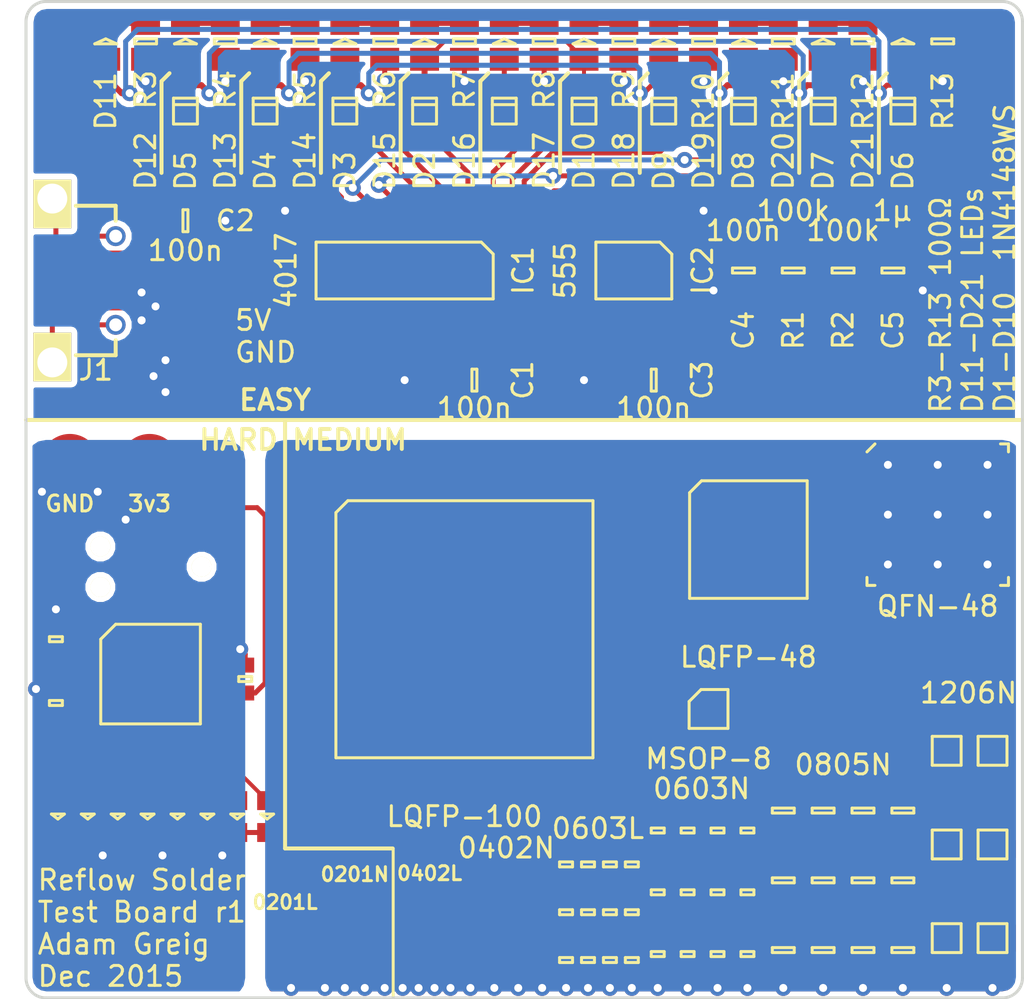
<source format=kicad_pcb>
(kicad_pcb (version 4) (host pcbnew 0.201512291232+6408~40~ubuntu14.04.1-stable)
  (layers (0 F.Cu signal) (31 B.Cu signal) (34 B.Paste user) (35 F.Paste user) (36 B.SilkS user) (37 F.SilkS user) (38 B.Mask user) (39 F.Mask user) (44 Edge.Cuts user))
  (net 0 "")
  (net 1 VCC)
  (net 2 "Net-(C4-Pad1)")
  (net 3 "Net-(C5-Pad2)")
  (net 4 "Net-(D1-Pad1)")
  (net 5 "Net-(D1-Pad2)")
  (net 6 "Net-(D12-Pad2)")
  (net 7 "Net-(D2-Pad2)")
  (net 8 "Net-(D11-Pad2)")
  (net 9 "Net-(D3-Pad2)")
  (net 10 "Net-(D10-Pad2)")
  (net 11 "Net-(D4-Pad2)")
  (net 12 "Net-(D5-Pad2)")
  (net 13 "Net-(D6-Pad2)")
  (net 14 "Net-(D7-Pad2)")
  (net 15 "Net-(D8-Pad2)")
  (net 16 "Net-(D10-Pad1)")
  (net 17 "Net-(D11-Pad1)")
  (net 18 "Net-(D12-Pad1)")
  (net 19 "Net-(D13-Pad1)")
  (net 20 "Net-(D14-Pad1)")
  (net 21 "Net-(D14-Pad2)")
  (net 22 "Net-(D15-Pad1)")
  (net 23 "Net-(D16-Pad1)")
  (net 24 "Net-(D17-Pad1)")
  (net 25 "Net-(D18-Pad1)")
  (net 26 "Net-(D19-Pad1)")
  (net 27 "Net-(IC1-Pad12)")
  (net 28 "Net-(IC1-Pad13)")
  (net 29 "Net-(IC1-Pad14)")
  (net 30 "Net-(IC2-Pad7)")
  (net 31 "Net-(J1-Pad2)")
  (net 32 "Net-(J1-Pad3)")
  (net 33 "Net-(J1-Pad4)")
  (net 34 "Net-(J1-PadS)")
  (net 35 "Net-(R14-Pad1)")
  (net 36 "Net-(R14-Pad2)")
  (net 37 "Net-(R15-Pad1)")
  (net 38 "Net-(R17-Pad1)")
  (net 39 "Net-(R17-Pad2)")
  (net 40 "Net-(R18-Pad1)")
  (net 41 "Net-(R20-Pad1)")
  (net 42 "Net-(R20-Pad2)")
  (net 43 "Net-(R21-Pad1)")
  (net 44 "Net-(R23-Pad1)")
  (net 45 "Net-(R23-Pad2)")
  (net 46 "Net-(R24-Pad1)")
  (net 47 "Net-(R26-Pad1)")
  (net 48 "Net-(R26-Pad2)")
  (net 49 "Net-(R27-Pad1)")
  (net 50 "Net-(R29-Pad1)")
  (net 51 "Net-(R29-Pad2)")
  (net 52 "Net-(R30-Pad1)")
  (net 53 "Net-(R32-Pad1)")
  (net 54 "Net-(R32-Pad2)")
  (net 55 "Net-(R33-Pad1)")
  (net 56 "Net-(R35-Pad1)")
  (net 57 "Net-(R35-Pad2)")
  (net 58 "Net-(R36-Pad1)")
  (net 59 "Net-(R38-Pad1)")
  (net 60 "Net-(R38-Pad2)")
  (net 61 "Net-(R39-Pad1)")
  (net 62 "Net-(R41-Pad1)")
  (net 63 "Net-(R41-Pad2)")
  (net 64 "Net-(R42-Pad1)")
  (net 65 "Net-(R44-Pad1)")
  (net 66 "Net-(R44-Pad2)")
  (net 67 "Net-(R45-Pad1)")
  (net 68 "Net-(R47-Pad1)")
  (net 69 "Net-(R47-Pad2)")
  (net 70 "Net-(R48-Pad1)")
  (net 71 "Net-(R50-Pad1)")
  (net 72 "Net-(R50-Pad2)")
  (net 73 "Net-(R51-Pad1)")
  (net 74 "Net-(R53-Pad1)")
  (net 75 "Net-(R53-Pad2)")
  (net 76 "Net-(R54-Pad1)")
  (net 77 "Net-(R56-Pad1)")
  (net 78 "Net-(R56-Pad2)")
  (net 79 "Net-(R57-Pad1)")
  (net 80 "Net-(R59-Pad1)")
  (net 81 "Net-(R59-Pad2)")
  (net 82 "Net-(R60-Pad1)")
  (net 83 "Net-(R62-Pad1)")
  (net 84 "Net-(R62-Pad2)")
  (net 85 "Net-(R63-Pad1)")
  (net 86 "Net-(R65-Pad1)")
  (net 87 "Net-(R65-Pad2)")
  (net 88 "Net-(R66-Pad1)")
  (net 89 "Net-(R68-Pad1)")
  (net 90 "Net-(R68-Pad2)")
  (net 91 "Net-(R69-Pad1)")
  (net 92 "Net-(R71-Pad1)")
  (net 93 "Net-(R71-Pad2)")
  (net 94 "Net-(R72-Pad1)")
  (net 95 "Net-(R77-Pad1)")
  (net 96 "Net-(R77-Pad2)")
  (net 97 "Net-(R78-Pad1)")
  (net 98 "Net-(R80-Pad1)")
  (net 99 "Net-(R80-Pad2)")
  (net 100 "Net-(R81-Pad1)")
  (net 101 "Net-(R83-Pad1)")
  (net 102 "Net-(R83-Pad2)")
  (net 103 "Net-(R84-Pad1)")
  (net 104 "Net-(R86-Pad1)")
  (net 105 "Net-(R86-Pad2)")
  (net 106 "Net-(R87-Pad1)")
  (net 107 "Net-(R89-Pad1)")
  (net 108 "Net-(R89-Pad2)")
  (net 109 "Net-(R90-Pad1)")
  (net 110 GND)
  (net 111 "Net-(R74-Pad1)")
  (net 112 "Net-(R74-Pad2)")
  (net 113 "Net-(R75-Pad1)")
  (net 114 "Net-(R92-Pad1)")
  (net 115 "Net-(R92-Pad2)")
  (net 116 "Net-(R93-Pad1)")
  (net 117 "Net-(R95-Pad1)")
  (net 118 "Net-(R95-Pad2)")
  (net 119 "Net-(R96-Pad1)")
  (net 120 "Net-(R98-Pad1)")
  (net 121 "Net-(R98-Pad2)")
  (net 122 "Net-(R99-Pad1)")
  (net 123 "Net-(R101-Pad1)")
  (net 124 "Net-(R101-Pad2)")
  (net 125 "Net-(R102-Pad1)")
  (net 126 VDD)
  (net 127 DGND)
  (net 128 "Net-(D22-Pad2)")
  (net 129 "Net-(IC3-PadA1)")
  (net 130 /NRST)
  (net 131 "Net-(IC3-PadA2)")
  (net 132 "Net-(IC3-PadE2)")
  (net 133 "Net-(IC3-PadF2)")
  (net 134 "Net-(IC3-PadH2)")
  (net 135 "Net-(IC3-PadA3)")
  (net 136 "Net-(IC3-PadH3)")
  (net 137 "Net-(IC3-PadA4)")
  (net 138 "Net-(IC3-PadF4)")
  (net 139 "Net-(IC3-PadG4)")
  (net 140 "Net-(IC3-PadH4)")
  (net 141 "Net-(IC3-PadA5)")
  (net 142 "Net-(IC3-PadB5)")
  (net 143 "Net-(IC3-PadC5)")
  (net 144 "Net-(IC3-PadF5)")
  (net 145 "Net-(IC3-PadG5)")
  (net 146 "Net-(IC3-PadH5)")
  (net 147 "Net-(IC3-PadA6)")
  (net 148 "Net-(IC3-PadB6)")
  (net 149 "Net-(IC3-PadC6)")
  (net 150 "Net-(IC3-PadF6)")
  (net 151 "Net-(IC3-PadG6)")
  (net 152 "Net-(IC3-PadH6)")
  (net 153 /SWDCLK)
  (net 154 "Net-(IC3-PadB7)")
  (net 155 "Net-(IC3-PadC7)")
  (net 156 "Net-(IC3-PadF7)")
  (net 157 "Net-(IC3-PadG7)")
  (net 158 "Net-(IC3-PadH7)")
  (net 159 /SWDIO)
  (net 160 "Net-(IC3-PadB8)")
  (net 161 "Net-(IC3-PadC8)")
  (net 162 "Net-(IC3-PadF8)")
  (net 163 "Net-(IC3-PadG8)")
  (net 164 "Net-(IC3-PadH8)")
  (net 165 "Net-(P1-Pad6)")
  (net 166 PGND)
  (net 167 "Net-(D23-Pad2)")
  (net 168 "Net-(D24-Pad2)")
  (net 169 "Net-(D25-Pad2)")
  (net 170 "Net-(D26-Pad2)")
  (net 171 "Net-(D27-Pad2)")
  (net 172 "Net-(IC3-PadB1)")
  (net 173 "Net-(D13-Pad2)")
  (net 174 "Net-(D9-Pad2)")
  (net 175 "Net-(D20-Pad1)")
  (net 176 "Net-(D21-Pad1)")
  (net 177 "Net-(D28-Pad2)")
  (net 178 "Net-(D29-Pad2)")
  (module agg:0805 (layer F.Cu) (at 72.5 69 180)
    (fp_text reference C1 (at -2.425 0 270) (layer F.SilkS))
    (fp_text value 100n (at 0 -1.4 180) (layer F.SilkS))
    (pad 1 smd rect (at -0.9 0 180) (size 1.15 1.45) (layers F.Cu F.Paste F.Mask) (net 1 VCC))
    (pad 2 smd rect (at 0.9 0 180) (size 1.15 1.45) (layers F.Cu F.Paste F.Mask) (net 110 GND))
  )
  (module agg:0805 (layer F.Cu) (at 58 61 180)
    (fp_text reference C2 (at -2.5 0 180) (layer F.SilkS))
    (fp_text value 100n (at 0 -1.5 180) (layer F.SilkS))
    (pad 1 smd rect (at -0.9 0 180) (size 1.15 1.45) (layers F.Cu F.Paste F.Mask) (net 110 GND))
    (pad 2 smd rect (at 0.9 0 180) (size 1.15 1.45) (layers F.Cu F.Paste F.Mask) (net 1 VCC))
  )
  (module agg:0805 (layer F.Cu) (at 81.5 69 180)
    (fp_text reference C3 (at -2.425 0 270) (layer F.SilkS))
    (fp_text value 100n (at 0 -1.4 180) (layer F.SilkS))
    (pad 1 smd rect (at -0.9 0 180) (size 1.15 1.45) (layers F.Cu F.Paste F.Mask) (net 1 VCC))
    (pad 2 smd rect (at 0.9 0 180) (size 1.15 1.45) (layers F.Cu F.Paste F.Mask) (net 110 GND))
  )
  (module agg:0805 (layer F.Cu) (at 86 63.5 270)
    (fp_text reference C4 (at 3 0 270) (layer F.SilkS))
    (fp_text value 100n (at -2 0 360) (layer F.SilkS))
    (pad 1 smd rect (at -0.9 0 270) (size 1.15 1.45) (layers F.Cu F.Paste F.Mask) (net 2 "Net-(C4-Pad1)"))
    (pad 2 smd rect (at 0.9 0 270) (size 1.15 1.45) (layers F.Cu F.Paste F.Mask) (net 110 GND))
  )
  (module agg:0805 (layer F.Cu) (at 93.5 63.5 90)
    (fp_text reference C5 (at -3 0 90) (layer F.SilkS))
    (fp_text value 1µ (at 3 0 180) (layer F.SilkS))
    (pad 1 smd rect (at -0.9 0 90) (size 1.15 1.45) (layers F.Cu F.Paste F.Mask) (net 110 GND))
    (pad 2 smd rect (at 0.9 0 90) (size 1.15 1.45) (layers F.Cu F.Paste F.Mask) (net 3 "Net-(C5-Pad2)"))
  )
  (module agg:0805-LED (layer F.Cu) (at 54 52 270)
    (fp_text reference D11 (at 3 0 270) (layer F.SilkS))
    (fp_text value LED hide)
    (pad 1 smd rect (at -0.9 0 270) (size 1.15 1.45) (layers F.Cu F.Paste F.Mask) (net 17 "Net-(D11-Pad1)"))
    (pad 2 smd rect (at 0.9 0 270) (size 1.15 1.45) (layers F.Cu F.Paste F.Mask) (net 8 "Net-(D11-Pad2)"))
  )
  (module agg:0805-LED (layer F.Cu) (at 58 52 270)
    (fp_text reference D12 (at 6 2 270) (layer F.SilkS))
    (fp_text value LED hide)
    (pad 1 smd rect (at -0.9 0 270) (size 1.15 1.45) (layers F.Cu F.Paste F.Mask) (net 18 "Net-(D12-Pad1)"))
    (pad 2 smd rect (at 0.9 0 270) (size 1.15 1.45) (layers F.Cu F.Paste F.Mask) (net 6 "Net-(D12-Pad2)"))
  )
  (module agg:0805-LED (layer F.Cu) (at 62 52 270)
    (fp_text reference D13 (at 6 2 270) (layer F.SilkS))
    (fp_text value LED hide)
    (pad 1 smd rect (at -0.9 0 270) (size 1.15 1.45) (layers F.Cu F.Paste F.Mask) (net 19 "Net-(D13-Pad1)"))
    (pad 2 smd rect (at 0.9 0 270) (size 1.15 1.45) (layers F.Cu F.Paste F.Mask) (net 173 "Net-(D13-Pad2)"))
  )
  (module agg:0805-LED (layer F.Cu) (at 66 52 270)
    (fp_text reference D14 (at 6 2 270) (layer F.SilkS))
    (fp_text value LED hide)
    (pad 1 smd rect (at -0.9 0 270) (size 1.15 1.45) (layers F.Cu F.Paste F.Mask) (net 20 "Net-(D14-Pad1)"))
    (pad 2 smd rect (at 0.9 0 270) (size 1.15 1.45) (layers F.Cu F.Paste F.Mask) (net 21 "Net-(D14-Pad2)"))
  )
  (module agg:0805-LED (layer F.Cu) (at 70 52 270)
    (fp_text reference D15 (at 6 2 270) (layer F.SilkS))
    (fp_text value LED hide)
    (pad 1 smd rect (at -0.9 0 270) (size 1.15 1.45) (layers F.Cu F.Paste F.Mask) (net 22 "Net-(D15-Pad1)"))
    (pad 2 smd rect (at 0.9 0 270) (size 1.15 1.45) (layers F.Cu F.Paste F.Mask) (net 16 "Net-(D10-Pad1)"))
  )
  (module agg:0805-LED (layer F.Cu) (at 74 52 270)
    (fp_text reference D16 (at 6 2 270) (layer F.SilkS))
    (fp_text value LED hide)
    (pad 1 smd rect (at -0.9 0 270) (size 1.15 1.45) (layers F.Cu F.Paste F.Mask) (net 23 "Net-(D16-Pad1)"))
    (pad 2 smd rect (at 0.9 0 270) (size 1.15 1.45) (layers F.Cu F.Paste F.Mask) (net 4 "Net-(D1-Pad1)"))
  )
  (module agg:0805-LED (layer F.Cu) (at 78 52 270)
    (fp_text reference D17 (at 6 2 270) (layer F.SilkS))
    (fp_text value LED hide)
    (pad 1 smd rect (at -0.9 0 270) (size 1.15 1.45) (layers F.Cu F.Paste F.Mask) (net 24 "Net-(D17-Pad1)"))
    (pad 2 smd rect (at 0.9 0 270) (size 1.15 1.45) (layers F.Cu F.Paste F.Mask) (net 16 "Net-(D10-Pad1)"))
  )
  (module agg:0805-LED (layer F.Cu) (at 82 52 270)
    (fp_text reference D18 (at 6 2 270) (layer F.SilkS))
    (fp_text value LED hide)
    (pad 1 smd rect (at -0.9 0 270) (size 1.15 1.45) (layers F.Cu F.Paste F.Mask) (net 25 "Net-(D18-Pad1)"))
    (pad 2 smd rect (at 0.9 0 270) (size 1.15 1.45) (layers F.Cu F.Paste F.Mask) (net 21 "Net-(D14-Pad2)"))
  )
  (module agg:0805-LED (layer F.Cu) (at 86 52 270)
    (fp_text reference D19 (at 6 2 270) (layer F.SilkS))
    (fp_text value LED hide)
    (pad 1 smd rect (at -0.9 0 270) (size 1.15 1.45) (layers F.Cu F.Paste F.Mask) (net 26 "Net-(D19-Pad1)"))
    (pad 2 smd rect (at 0.9 0 270) (size 1.15 1.45) (layers F.Cu F.Paste F.Mask) (net 173 "Net-(D13-Pad2)"))
  )
  (module agg:0805-LED (layer F.Cu) (at 90 52 270)
    (fp_text reference D20 (at 6 2 270) (layer F.SilkS))
    (fp_text value LED hide)
    (pad 1 smd rect (at -0.9 0 270) (size 1.15 1.45) (layers F.Cu F.Paste F.Mask) (net 175 "Net-(D20-Pad1)"))
    (pad 2 smd rect (at 0.9 0 270) (size 1.15 1.45) (layers F.Cu F.Paste F.Mask) (net 6 "Net-(D12-Pad2)"))
  )
  (module agg:0805-LED (layer F.Cu) (at 94 52 270)
    (fp_text reference D21 (at 6 2 270) (layer F.SilkS))
    (fp_text value LED hide)
    (pad 1 smd rect (at -0.9 0 270) (size 1.15 1.45) (layers F.Cu F.Paste F.Mask) (net 176 "Net-(D21-Pad1)"))
    (pad 2 smd rect (at 0.9 0 270) (size 1.15 1.45) (layers F.Cu F.Paste F.Mask) (net 8 "Net-(D11-Pad2)"))
  )
  (module agg:SOIC-16 (layer F.Cu) (at 69 63.5 270)
    (fp_text reference IC1 (at 0 -5.95 270) (layer F.SilkS))
    (fp_text value 4017 (at 0 5.95 270) (layer F.SilkS))
    (pad 1 smd rect (at -2.7 -4.445 270) (size 1.55 0.6) (layers F.Cu F.Paste F.Mask) (net 13 "Net-(D6-Pad2)"))
    (pad 2 smd rect (at -2.7 -3.175 270) (size 1.55 0.6) (layers F.Cu F.Paste F.Mask) (net 7 "Net-(D2-Pad2)"))
    (pad 3 smd rect (at -2.7 -1.905 270) (size 1.55 0.6) (layers F.Cu F.Paste F.Mask) (net 5 "Net-(D1-Pad2)"))
    (pad 4 smd rect (at -2.7 -0.635 270) (size 1.55 0.6) (layers F.Cu F.Paste F.Mask) (net 9 "Net-(D3-Pad2)"))
    (pad 5 smd rect (at -2.7 0.635 270) (size 1.55 0.6) (layers F.Cu F.Paste F.Mask) (net 14 "Net-(D7-Pad2)"))
    (pad 6 smd rect (at -2.7 1.905 270) (size 1.55 0.6) (layers F.Cu F.Paste F.Mask) (net 15 "Net-(D8-Pad2)"))
    (pad 7 smd rect (at -2.7 3.175 270) (size 1.55 0.6) (layers F.Cu F.Paste F.Mask) (net 11 "Net-(D4-Pad2)"))
    (pad 8 smd rect (at -2.7 4.445 270) (size 1.55 0.6) (layers F.Cu F.Paste F.Mask) (net 110 GND))
    (pad 9 smd rect (at 2.7 4.445 270) (size 1.55 0.6) (layers F.Cu F.Paste F.Mask) (net 174 "Net-(D9-Pad2)"))
    (pad 10 smd rect (at 2.7 3.175 270) (size 1.55 0.6) (layers F.Cu F.Paste F.Mask) (net 12 "Net-(D5-Pad2)"))
    (pad 11 smd rect (at 2.7 1.905 270) (size 1.55 0.6) (layers F.Cu F.Paste F.Mask) (net 10 "Net-(D10-Pad2)"))
    (pad 12 smd rect (at 2.7 0.635 270) (size 1.55 0.6) (layers F.Cu F.Paste F.Mask) (net 27 "Net-(IC1-Pad12)"))
    (pad 13 smd rect (at 2.7 -0.635 270) (size 1.55 0.6) (layers F.Cu F.Paste F.Mask) (net 28 "Net-(IC1-Pad13)"))
    (pad 14 smd rect (at 2.7 -1.905 270) (size 1.55 0.6) (layers F.Cu F.Paste F.Mask) (net 29 "Net-(IC1-Pad14)"))
    (pad 15 smd rect (at 2.7 -3.175 270) (size 1.55 0.6) (layers F.Cu F.Paste F.Mask) (net 110 GND))
    (pad 16 smd rect (at 2.7 -4.445 270) (size 1.55 0.6) (layers F.Cu F.Paste F.Mask) (net 1 VCC))
  )
  (module agg:SOIC-8 (layer F.Cu) (at 80.5 63.5 270)
    (fp_text reference IC2 (at 0 -3.45 270) (layer F.SilkS))
    (fp_text value 555 (at 0 3.45 270) (layer F.SilkS))
    (pad 1 smd rect (at -2.7 -1.905 270) (size 1.55 0.6) (layers F.Cu F.Paste F.Mask) (net 110 GND))
    (pad 2 smd rect (at -2.7 -0.635 270) (size 1.55 0.6) (layers F.Cu F.Paste F.Mask) (net 3 "Net-(C5-Pad2)"))
    (pad 3 smd rect (at -2.7 0.635 270) (size 1.55 0.6) (layers F.Cu F.Paste F.Mask) (net 29 "Net-(IC1-Pad14)"))
    (pad 4 smd rect (at -2.7 1.905 270) (size 1.55 0.6) (layers F.Cu F.Paste F.Mask) (net 1 VCC))
    (pad 5 smd rect (at 2.7 1.905 270) (size 1.55 0.6) (layers F.Cu F.Paste F.Mask) (net 2 "Net-(C4-Pad1)"))
    (pad 6 smd rect (at 2.7 0.635 270) (size 1.55 0.6) (layers F.Cu F.Paste F.Mask) (net 3 "Net-(C5-Pad2)"))
    (pad 7 smd rect (at 2.7 -0.635 270) (size 1.55 0.6) (layers F.Cu F.Paste F.Mask) (net 30 "Net-(IC2-Pad7)"))
    (pad 8 smd rect (at 2.7 -1.905 270) (size 1.55 0.6) (layers F.Cu F.Paste F.Mask) (net 1 VCC))
  )
  (module agg:MICROUSB_MOLEX_47589-0001 (layer F.Cu) (at 51.5 64)
    (fp_text reference J1 (at 2 4.5) (layer F.SilkS))
    (fp_text value MICROUSB hide)
    (pad 1 smd rect (at 2.675 -1.3) (size 1.35 0.4) (layers F.Cu F.Paste F.Mask) (net 1 VCC))
    (pad 2 smd rect (at 2.675 -0.65) (size 1.35 0.4) (layers F.Cu F.Paste F.Mask) (net 31 "Net-(J1-Pad2)"))
    (pad 3 smd rect (at 2.675 0) (size 1.35 0.4) (layers F.Cu F.Paste F.Mask) (net 32 "Net-(J1-Pad3)"))
    (pad 4 smd rect (at 2.675 0.65) (size 1.35 0.4) (layers F.Cu F.Paste F.Mask) (net 33 "Net-(J1-Pad4)"))
    (pad 5 smd rect (at 2.675 1.3) (size 1.35 0.4) (layers F.Cu F.Paste F.Mask) (net 110 GND))
    (pad S thru_hole circle (at 3 -2.225) (size 1 1) (drill 0.65) (layers *.Cu *.Mask) (net 34 "Net-(J1-PadS)"))
    (pad S thru_hole circle (at 3 2.225) (size 1 1) (drill 0.65) (layers *.Cu *.Mask) (net 34 "Net-(J1-PadS)"))
    (pad S smd rect (at 0 -1.15) (size 1.8 1.8) (layers F.Cu F.Paste F.Mask) (net 34 "Net-(J1-PadS)"))
    (pad S smd rect (at 0 1.15) (size 1.8 1.8) (layers F.Cu F.Paste F.Mask) (net 34 "Net-(J1-PadS)"))
    (pad S thru_hole rect (at -0.18 4.11 180) (size 1.9 2.44) (drill 1.5 (offset 0 0.27)) (layers *.Cu *.Mask F.SilkS) (net 34 "Net-(J1-PadS)"))
    (pad S thru_hole rect (at -0.18 -4.11) (size 1.9 2.44) (drill 1.5 (offset 0 0.27)) (layers *.Cu *.Mask F.SilkS) (net 34 "Net-(J1-PadS)"))
  )
  (module agg:0805 (layer F.Cu) (at 88.5 63.5 270)
    (fp_text reference R1 (at 3 0 270) (layer F.SilkS))
    (fp_text value 100k (at -3 0 360) (layer F.SilkS))
    (pad 1 smd rect (at -0.9 0 270) (size 1.15 1.45) (layers F.Cu F.Paste F.Mask) (net 30 "Net-(IC2-Pad7)"))
    (pad 2 smd rect (at 0.9 0 270) (size 1.15 1.45) (layers F.Cu F.Paste F.Mask) (net 1 VCC))
  )
  (module agg:0805 (layer F.Cu) (at 91 63.5 270)
    (fp_text reference R2 (at 3 0 270) (layer F.SilkS))
    (fp_text value 100k (at -2 0 360) (layer F.SilkS))
    (pad 1 smd rect (at -0.9 0 270) (size 1.15 1.45) (layers F.Cu F.Paste F.Mask) (net 3 "Net-(C5-Pad2)"))
    (pad 2 smd rect (at 0.9 0 270) (size 1.15 1.45) (layers F.Cu F.Paste F.Mask) (net 30 "Net-(IC2-Pad7)"))
  )
  (module agg:0805 (layer F.Cu) (at 56 52 90)
    (fp_text reference R3 (at -2.425 0 90) (layer F.SilkS))
    (fp_text value 100 hide)
    (pad 1 smd rect (at -0.9 0 90) (size 1.15 1.45) (layers F.Cu F.Paste F.Mask) (net 110 GND))
    (pad 2 smd rect (at 0.9 0 90) (size 1.15 1.45) (layers F.Cu F.Paste F.Mask) (net 17 "Net-(D11-Pad1)"))
  )
  (module agg:0805 (layer F.Cu) (at 60 52 90)
    (fp_text reference R4 (at -2.425 0 90) (layer F.SilkS))
    (fp_text value 100 hide)
    (pad 1 smd rect (at -0.9 0 90) (size 1.15 1.45) (layers F.Cu F.Paste F.Mask) (net 110 GND))
    (pad 2 smd rect (at 0.9 0 90) (size 1.15 1.45) (layers F.Cu F.Paste F.Mask) (net 18 "Net-(D12-Pad1)"))
  )
  (module agg:0805 (layer F.Cu) (at 64 52 90)
    (fp_text reference R5 (at -2.425 0 90) (layer F.SilkS))
    (fp_text value 100 hide)
    (pad 1 smd rect (at -0.9 0 90) (size 1.15 1.45) (layers F.Cu F.Paste F.Mask) (net 110 GND))
    (pad 2 smd rect (at 0.9 0 90) (size 1.15 1.45) (layers F.Cu F.Paste F.Mask) (net 19 "Net-(D13-Pad1)"))
  )
  (module agg:0805 (layer F.Cu) (at 68 52 90)
    (fp_text reference R6 (at -2.425 0 90) (layer F.SilkS))
    (fp_text value 100 hide)
    (pad 1 smd rect (at -0.9 0 90) (size 1.15 1.45) (layers F.Cu F.Paste F.Mask) (net 110 GND))
    (pad 2 smd rect (at 0.9 0 90) (size 1.15 1.45) (layers F.Cu F.Paste F.Mask) (net 20 "Net-(D14-Pad1)"))
  )
  (module agg:0805 (layer F.Cu) (at 72 52 90)
    (fp_text reference R7 (at -2.425 0 90) (layer F.SilkS))
    (fp_text value 100 hide)
    (pad 1 smd rect (at -0.9 0 90) (size 1.15 1.45) (layers F.Cu F.Paste F.Mask) (net 110 GND))
    (pad 2 smd rect (at 0.9 0 90) (size 1.15 1.45) (layers F.Cu F.Paste F.Mask) (net 22 "Net-(D15-Pad1)"))
  )
  (module agg:0805 (layer F.Cu) (at 76 52 90)
    (fp_text reference R8 (at -2.425 0 90) (layer F.SilkS))
    (fp_text value 100 hide)
    (pad 1 smd rect (at -0.9 0 90) (size 1.15 1.45) (layers F.Cu F.Paste F.Mask) (net 110 GND))
    (pad 2 smd rect (at 0.9 0 90) (size 1.15 1.45) (layers F.Cu F.Paste F.Mask) (net 23 "Net-(D16-Pad1)"))
  )
  (module agg:0805 (layer F.Cu) (at 80 52 90)
    (fp_text reference R9 (at -2.425 0 90) (layer F.SilkS))
    (fp_text value 100 hide)
    (pad 1 smd rect (at -0.9 0 90) (size 1.15 1.45) (layers F.Cu F.Paste F.Mask) (net 110 GND))
    (pad 2 smd rect (at 0.9 0 90) (size 1.15 1.45) (layers F.Cu F.Paste F.Mask) (net 24 "Net-(D17-Pad1)"))
  )
  (module agg:0805 (layer F.Cu) (at 84 52 90)
    (fp_text reference R10 (at -3 0 90) (layer F.SilkS))
    (fp_text value 100 hide)
    (pad 1 smd rect (at -0.9 0 90) (size 1.15 1.45) (layers F.Cu F.Paste F.Mask) (net 110 GND))
    (pad 2 smd rect (at 0.9 0 90) (size 1.15 1.45) (layers F.Cu F.Paste F.Mask) (net 25 "Net-(D18-Pad1)"))
  )
  (module agg:0805 (layer F.Cu) (at 88 52 90)
    (fp_text reference R11 (at -3 0 90) (layer F.SilkS))
    (fp_text value 100 hide)
    (pad 1 smd rect (at -0.9 0 90) (size 1.15 1.45) (layers F.Cu F.Paste F.Mask) (net 110 GND))
    (pad 2 smd rect (at 0.9 0 90) (size 1.15 1.45) (layers F.Cu F.Paste F.Mask) (net 26 "Net-(D19-Pad1)"))
  )
  (module agg:0805 (layer F.Cu) (at 92 52 90)
    (fp_text reference R12 (at -3 0 90) (layer F.SilkS))
    (fp_text value 100 hide)
    (pad 1 smd rect (at -0.9 0 90) (size 1.15 1.45) (layers F.Cu F.Paste F.Mask) (net 110 GND))
    (pad 2 smd rect (at 0.9 0 90) (size 1.15 1.45) (layers F.Cu F.Paste F.Mask) (net 175 "Net-(D20-Pad1)"))
  )
  (module agg:0805 (layer F.Cu) (at 96 52 90)
    (fp_text reference R13 (at -3 0 90) (layer F.SilkS))
    (fp_text value 100 hide)
    (pad 1 smd rect (at -0.9 0 90) (size 1.15 1.45) (layers F.Cu F.Paste F.Mask) (net 110 GND))
    (pad 2 smd rect (at 0.9 0 90) (size 1.15 1.45) (layers F.Cu F.Paste F.Mask) (net 176 "Net-(D21-Pad1)"))
  )
  (module agg:0201 (layer F.Cu) (at 68 95.1 270)
    (fp_text reference R14 hide)
    (fp_text value R hide)
    (pad 1 smd rect (at -0.33 0 270) (size 0.46 0.42) (layers F.Cu F.Paste F.Mask) (net 35 "Net-(R14-Pad1)"))
    (pad 2 smd rect (at 0.33 0 270) (size 0.46 0.42) (layers F.Cu F.Paste F.Mask) (net 36 "Net-(R14-Pad2)"))
  )
  (module agg:0201 (layer F.Cu) (at 68 96.8 270)
    (fp_text reference R15 hide)
    (fp_text value R hide)
    (pad 1 smd rect (at -0.33 0 270) (size 0.46 0.42) (layers F.Cu F.Paste F.Mask) (net 37 "Net-(R15-Pad1)"))
    (pad 2 smd rect (at 0.33 0 270) (size 0.46 0.42) (layers F.Cu F.Paste F.Mask) (net 166 PGND))
  )
  (module agg:0201 (layer F.Cu) (at 68 98.5 270)
    (fp_text reference R16 hide)
    (fp_text value R hide)
    (pad 1 smd rect (at -0.33 0 270) (size 0.46 0.42) (layers F.Cu F.Paste F.Mask) (net 166 PGND))
    (pad 2 smd rect (at 0.33 0 270) (size 0.46 0.42) (layers F.Cu F.Paste F.Mask) (net 166 PGND))
  )
  (module agg:0402 (layer F.Cu) (at 75.9 94.1 270)
    (fp_text reference R17 hide)
    (fp_text value R hide)
    (pad 1 smd rect (at -0.45 0 270) (size 0.62 0.62) (layers F.Cu F.Paste F.Mask) (net 38 "Net-(R17-Pad1)"))
    (pad 2 smd rect (at 0.45 0 270) (size 0.62 0.62) (layers F.Cu F.Paste F.Mask) (net 39 "Net-(R17-Pad2)"))
  )
  (module agg:0402 (layer F.Cu) (at 75.9 96.2 270)
    (fp_text reference R18 hide)
    (fp_text value R hide)
    (pad 1 smd rect (at -0.45 0 270) (size 0.62 0.62) (layers F.Cu F.Paste F.Mask) (net 40 "Net-(R18-Pad1)"))
    (pad 2 smd rect (at 0.45 0 270) (size 0.62 0.62) (layers F.Cu F.Paste F.Mask) (net 166 PGND))
  )
  (module agg:0402 (layer F.Cu) (at 75.9 98.3 270)
    (fp_text reference R19 hide)
    (fp_text value R hide)
    (pad 1 smd rect (at -0.45 0 270) (size 0.62 0.62) (layers F.Cu F.Paste F.Mask) (net 166 PGND))
    (pad 2 smd rect (at 0.45 0 270) (size 0.62 0.62) (layers F.Cu F.Paste F.Mask) (net 166 PGND))
  )
  (module agg:0603 (layer F.Cu) (at 86.2 91.6 270)
    (fp_text reference R23 hide)
    (fp_text value R hide)
    (pad 1 smd rect (at -0.8 0 270) (size 0.95 1) (layers F.Cu F.Paste F.Mask) (net 44 "Net-(R23-Pad1)"))
    (pad 2 smd rect (at 0.8 0 270) (size 0.95 1) (layers F.Cu F.Paste F.Mask) (net 45 "Net-(R23-Pad2)"))
  )
  (module agg:0603 (layer F.Cu) (at 86.2 94.7 270)
    (fp_text reference R24 hide)
    (fp_text value R hide)
    (pad 1 smd rect (at -0.8 0 270) (size 0.95 1) (layers F.Cu F.Paste F.Mask) (net 46 "Net-(R24-Pad1)"))
    (pad 2 smd rect (at 0.8 0 270) (size 0.95 1) (layers F.Cu F.Paste F.Mask) (net 166 PGND))
  )
  (module agg:0603 (layer F.Cu) (at 86.2 97.8 270)
    (fp_text reference R25 hide)
    (fp_text value R hide)
    (pad 1 smd rect (at -0.8 0 270) (size 0.95 1) (layers F.Cu F.Paste F.Mask) (net 166 PGND))
    (pad 2 smd rect (at 0.8 0 270) (size 0.95 1) (layers F.Cu F.Paste F.Mask) (net 166 PGND))
  )
  (module agg:0805 (layer F.Cu) (at 94 90.6 270)
    (fp_text reference R29 hide)
    (fp_text value R hide)
    (pad 1 smd rect (at -0.9 0 270) (size 1.15 1.45) (layers F.Cu F.Paste F.Mask) (net 50 "Net-(R29-Pad1)"))
    (pad 2 smd rect (at 0.9 0 270) (size 1.15 1.45) (layers F.Cu F.Paste F.Mask) (net 51 "Net-(R29-Pad2)"))
  )
  (module agg:0805 (layer F.Cu) (at 94 94.1 270)
    (fp_text reference R30 hide)
    (fp_text value R hide)
    (pad 1 smd rect (at -0.9 0 270) (size 1.15 1.45) (layers F.Cu F.Paste F.Mask) (net 52 "Net-(R30-Pad1)"))
    (pad 2 smd rect (at 0.9 0 270) (size 1.15 1.45) (layers F.Cu F.Paste F.Mask) (net 166 PGND))
  )
  (module agg:0805 (layer F.Cu) (at 94 97.6 270)
    (fp_text reference R31 hide)
    (fp_text value R hide)
    (pad 1 smd rect (at -0.9 0 270) (size 1.15 1.45) (layers F.Cu F.Paste F.Mask) (net 166 PGND))
    (pad 2 smd rect (at 0.9 0 270) (size 1.15 1.45) (layers F.Cu F.Paste F.Mask) (net 166 PGND))
  )
  (module agg:1206 (layer F.Cu) (at 96.2 87.6 270)
    (fp_text reference R32 hide)
    (fp_text value R hide)
    (pad 1 smd rect (at -1.5 0 270) (size 1.15 1.8) (layers F.Cu F.Paste F.Mask) (net 53 "Net-(R32-Pad1)"))
    (pad 2 smd rect (at 1.5 0 270) (size 1.15 1.8) (layers F.Cu F.Paste F.Mask) (net 54 "Net-(R32-Pad2)"))
  )
  (module agg:1206 (layer F.Cu) (at 96.2 92.3 270)
    (fp_text reference R33 hide)
    (fp_text value R hide)
    (pad 1 smd rect (at -1.5 0 270) (size 1.15 1.8) (layers F.Cu F.Paste F.Mask) (net 55 "Net-(R33-Pad1)"))
    (pad 2 smd rect (at 1.5 0 270) (size 1.15 1.8) (layers F.Cu F.Paste F.Mask) (net 166 PGND))
  )
  (module agg:1206 (layer F.Cu) (at 96.2 97 270)
    (fp_text reference R34 hide)
    (fp_text value R hide)
    (pad 1 smd rect (at -1.5 0 270) (size 1.15 1.8) (layers F.Cu F.Paste F.Mask) (net 166 PGND))
    (pad 2 smd rect (at 1.5 0 270) (size 1.15 1.8) (layers F.Cu F.Paste F.Mask) (net 166 PGND))
  )
  (module agg:0201 (layer F.Cu) (at 67 95.1 270)
    (fp_text reference R35 hide)
    (fp_text value R hide)
    (pad 1 smd rect (at -0.33 0 270) (size 0.46 0.42) (layers F.Cu F.Paste F.Mask) (net 56 "Net-(R35-Pad1)"))
    (pad 2 smd rect (at 0.33 0 270) (size 0.46 0.42) (layers F.Cu F.Paste F.Mask) (net 57 "Net-(R35-Pad2)"))
  )
  (module agg:0201 (layer F.Cu) (at 67 96.8 270)
    (fp_text reference R36 hide)
    (fp_text value R hide)
    (pad 1 smd rect (at -0.33 0 270) (size 0.46 0.42) (layers F.Cu F.Paste F.Mask) (net 58 "Net-(R36-Pad1)"))
    (pad 2 smd rect (at 0.33 0 270) (size 0.46 0.42) (layers F.Cu F.Paste F.Mask) (net 166 PGND))
  )
  (module agg:0201 (layer F.Cu) (at 67 98.5 270)
    (fp_text reference R37 hide)
    (fp_text value R hide)
    (pad 1 smd rect (at -0.33 0 270) (size 0.46 0.42) (layers F.Cu F.Paste F.Mask) (net 166 PGND))
    (pad 2 smd rect (at 0.33 0 270) (size 0.46 0.42) (layers F.Cu F.Paste F.Mask) (net 166 PGND))
  )
  (module agg:0402 (layer F.Cu) (at 74.7 94.1 270)
    (fp_text reference R38 hide)
    (fp_text value R hide)
    (pad 1 smd rect (at -0.45 0 270) (size 0.62 0.62) (layers F.Cu F.Paste F.Mask) (net 59 "Net-(R38-Pad1)"))
    (pad 2 smd rect (at 0.45 0 270) (size 0.62 0.62) (layers F.Cu F.Paste F.Mask) (net 60 "Net-(R38-Pad2)"))
  )
  (module agg:0402 (layer F.Cu) (at 74.7 96.2 270)
    (fp_text reference R39 hide)
    (fp_text value R hide)
    (pad 1 smd rect (at -0.45 0 270) (size 0.62 0.62) (layers F.Cu F.Paste F.Mask) (net 61 "Net-(R39-Pad1)"))
    (pad 2 smd rect (at 0.45 0 270) (size 0.62 0.62) (layers F.Cu F.Paste F.Mask) (net 166 PGND))
  )
  (module agg:0402 (layer F.Cu) (at 74.7 98.3 270)
    (fp_text reference R40 hide)
    (fp_text value R hide)
    (pad 1 smd rect (at -0.45 0 270) (size 0.62 0.62) (layers F.Cu F.Paste F.Mask) (net 166 PGND))
    (pad 2 smd rect (at 0.45 0 270) (size 0.62 0.62) (layers F.Cu F.Paste F.Mask) (net 166 PGND))
  )
  (module agg:0603 (layer F.Cu) (at 84.7 91.6 270)
    (fp_text reference R44 hide)
    (fp_text value R hide)
    (pad 1 smd rect (at -0.8 0 270) (size 0.95 1) (layers F.Cu F.Paste F.Mask) (net 65 "Net-(R44-Pad1)"))
    (pad 2 smd rect (at 0.8 0 270) (size 0.95 1) (layers F.Cu F.Paste F.Mask) (net 66 "Net-(R44-Pad2)"))
  )
  (module agg:0603 (layer F.Cu) (at 84.7 94.7 270)
    (fp_text reference R45 hide)
    (fp_text value R hide)
    (pad 1 smd rect (at -0.8 0 270) (size 0.95 1) (layers F.Cu F.Paste F.Mask) (net 67 "Net-(R45-Pad1)"))
    (pad 2 smd rect (at 0.8 0 270) (size 0.95 1) (layers F.Cu F.Paste F.Mask) (net 166 PGND))
  )
  (module agg:0603 (layer F.Cu) (at 84.7 97.8 270)
    (fp_text reference R46 hide)
    (fp_text value R hide)
    (pad 1 smd rect (at -0.8 0 270) (size 0.95 1) (layers F.Cu F.Paste F.Mask) (net 166 PGND))
    (pad 2 smd rect (at 0.8 0 270) (size 0.95 1) (layers F.Cu F.Paste F.Mask) (net 166 PGND))
  )
  (module agg:0805 (layer F.Cu) (at 92 90.6 270)
    (fp_text reference R50 hide)
    (fp_text value R hide)
    (pad 1 smd rect (at -0.9 0 270) (size 1.15 1.45) (layers F.Cu F.Paste F.Mask) (net 71 "Net-(R50-Pad1)"))
    (pad 2 smd rect (at 0.9 0 270) (size 1.15 1.45) (layers F.Cu F.Paste F.Mask) (net 72 "Net-(R50-Pad2)"))
  )
  (module agg:0805 (layer F.Cu) (at 92 94.1 270)
    (fp_text reference R51 hide)
    (fp_text value R hide)
    (pad 1 smd rect (at -0.9 0 270) (size 1.15 1.45) (layers F.Cu F.Paste F.Mask) (net 73 "Net-(R51-Pad1)"))
    (pad 2 smd rect (at 0.9 0 270) (size 1.15 1.45) (layers F.Cu F.Paste F.Mask) (net 166 PGND))
  )
  (module agg:0805 (layer F.Cu) (at 92 97.6 270)
    (fp_text reference R52 hide)
    (fp_text value R hide)
    (pad 1 smd rect (at -0.9 0 270) (size 1.15 1.45) (layers F.Cu F.Paste F.Mask) (net 166 PGND))
    (pad 2 smd rect (at 0.9 0 270) (size 1.15 1.45) (layers F.Cu F.Paste F.Mask) (net 166 PGND))
  )
  (module agg:1206 (layer F.Cu) (at 98.5 87.6 270)
    (fp_text reference R53 hide)
    (fp_text value R hide)
    (pad 1 smd rect (at -1.5 0 270) (size 1.15 1.8) (layers F.Cu F.Paste F.Mask) (net 74 "Net-(R53-Pad1)"))
    (pad 2 smd rect (at 1.5 0 270) (size 1.15 1.8) (layers F.Cu F.Paste F.Mask) (net 75 "Net-(R53-Pad2)"))
  )
  (module agg:1206 (layer F.Cu) (at 98.5 92.3 270)
    (fp_text reference R54 hide)
    (fp_text value R hide)
    (pad 1 smd rect (at -1.5 0 270) (size 1.15 1.8) (layers F.Cu F.Paste F.Mask) (net 76 "Net-(R54-Pad1)"))
    (pad 2 smd rect (at 1.5 0 270) (size 1.15 1.8) (layers F.Cu F.Paste F.Mask) (net 166 PGND))
  )
  (module agg:1206 (layer F.Cu) (at 98.5 97 270)
    (fp_text reference R55 hide)
    (fp_text value R hide)
    (pad 1 smd rect (at -1.5 0 270) (size 1.15 1.8) (layers F.Cu F.Paste F.Mask) (net 166 PGND))
    (pad 2 smd rect (at 1.5 0 270) (size 1.15 1.8) (layers F.Cu F.Paste F.Mask) (net 166 PGND))
  )
  (module agg:0201 (layer F.Cu) (at 66 95.1 270)
    (fp_text reference R56 hide)
    (fp_text value R hide)
    (pad 1 smd rect (at -0.33 0 270) (size 0.46 0.42) (layers F.Cu F.Paste F.Mask) (net 77 "Net-(R56-Pad1)"))
    (pad 2 smd rect (at 0.33 0 270) (size 0.46 0.42) (layers F.Cu F.Paste F.Mask) (net 78 "Net-(R56-Pad2)"))
  )
  (module agg:0201 (layer F.Cu) (at 66 96.8 270)
    (fp_text reference R57 hide)
    (fp_text value R hide)
    (pad 1 smd rect (at -0.33 0 270) (size 0.46 0.42) (layers F.Cu F.Paste F.Mask) (net 79 "Net-(R57-Pad1)"))
    (pad 2 smd rect (at 0.33 0 270) (size 0.46 0.42) (layers F.Cu F.Paste F.Mask) (net 166 PGND))
  )
  (module agg:0201 (layer F.Cu) (at 66 98.5 270)
    (fp_text reference R58 hide)
    (fp_text value R hide)
    (pad 1 smd rect (at -0.33 0 270) (size 0.46 0.42) (layers F.Cu F.Paste F.Mask) (net 166 PGND))
    (pad 2 smd rect (at 0.33 0 270) (size 0.46 0.42) (layers F.Cu F.Paste F.Mask) (net 166 PGND))
  )
  (module agg:0402 (layer F.Cu) (at 73.5 94.1 270)
    (fp_text reference R59 hide)
    (fp_text value R hide)
    (pad 1 smd rect (at -0.45 0 270) (size 0.62 0.62) (layers F.Cu F.Paste F.Mask) (net 80 "Net-(R59-Pad1)"))
    (pad 2 smd rect (at 0.45 0 270) (size 0.62 0.62) (layers F.Cu F.Paste F.Mask) (net 81 "Net-(R59-Pad2)"))
  )
  (module agg:0402 (layer F.Cu) (at 73.5 96.2 270)
    (fp_text reference R60 hide)
    (fp_text value R hide)
    (pad 1 smd rect (at -0.45 0 270) (size 0.62 0.62) (layers F.Cu F.Paste F.Mask) (net 82 "Net-(R60-Pad1)"))
    (pad 2 smd rect (at 0.45 0 270) (size 0.62 0.62) (layers F.Cu F.Paste F.Mask) (net 166 PGND))
  )
  (module agg:0402 (layer F.Cu) (at 73.5 98.3 270)
    (fp_text reference R61 hide)
    (fp_text value R hide)
    (pad 1 smd rect (at -0.45 0 270) (size 0.62 0.62) (layers F.Cu F.Paste F.Mask) (net 166 PGND))
    (pad 2 smd rect (at 0.45 0 270) (size 0.62 0.62) (layers F.Cu F.Paste F.Mask) (net 166 PGND))
  )
  (module agg:0603 (layer F.Cu) (at 83.2 91.6 270)
    (fp_text reference R65 hide)
    (fp_text value R hide)
    (pad 1 smd rect (at -0.8 0 270) (size 0.95 1) (layers F.Cu F.Paste F.Mask) (net 86 "Net-(R65-Pad1)"))
    (pad 2 smd rect (at 0.8 0 270) (size 0.95 1) (layers F.Cu F.Paste F.Mask) (net 87 "Net-(R65-Pad2)"))
  )
  (module agg:0603 (layer F.Cu) (at 83.2 94.7 270)
    (fp_text reference R66 hide)
    (fp_text value R hide)
    (pad 1 smd rect (at -0.8 0 270) (size 0.95 1) (layers F.Cu F.Paste F.Mask) (net 88 "Net-(R66-Pad1)"))
    (pad 2 smd rect (at 0.8 0 270) (size 0.95 1) (layers F.Cu F.Paste F.Mask) (net 166 PGND))
  )
  (module agg:0603 (layer F.Cu) (at 83.2 97.8 270)
    (fp_text reference R67 hide)
    (fp_text value R hide)
    (pad 1 smd rect (at -0.8 0 270) (size 0.95 1) (layers F.Cu F.Paste F.Mask) (net 166 PGND))
    (pad 2 smd rect (at 0.8 0 270) (size 0.95 1) (layers F.Cu F.Paste F.Mask) (net 166 PGND))
  )
  (module agg:0805 (layer F.Cu) (at 90 90.6 270)
    (fp_text reference R71 hide)
    (fp_text value R hide)
    (pad 1 smd rect (at -0.9 0 270) (size 1.15 1.45) (layers F.Cu F.Paste F.Mask) (net 92 "Net-(R71-Pad1)"))
    (pad 2 smd rect (at 0.9 0 270) (size 1.15 1.45) (layers F.Cu F.Paste F.Mask) (net 93 "Net-(R71-Pad2)"))
  )
  (module agg:0805 (layer F.Cu) (at 90 94.1 270)
    (fp_text reference R72 hide)
    (fp_text value R hide)
    (pad 1 smd rect (at -0.9 0 270) (size 1.15 1.45) (layers F.Cu F.Paste F.Mask) (net 94 "Net-(R72-Pad1)"))
    (pad 2 smd rect (at 0.9 0 270) (size 1.15 1.45) (layers F.Cu F.Paste F.Mask) (net 166 PGND))
  )
  (module agg:0805 (layer F.Cu) (at 90 97.6 270)
    (fp_text reference R73 hide)
    (fp_text value R hide)
    (pad 1 smd rect (at -0.9 0 270) (size 1.15 1.45) (layers F.Cu F.Paste F.Mask) (net 166 PGND))
    (pad 2 smd rect (at 0.9 0 270) (size 1.15 1.45) (layers F.Cu F.Paste F.Mask) (net 166 PGND))
  )
  (module agg:0201 (layer F.Cu) (at 65 95.1 270)
    (fp_text reference R77 hide)
    (fp_text value R hide)
    (pad 1 smd rect (at -0.33 0 270) (size 0.46 0.42) (layers F.Cu F.Paste F.Mask) (net 95 "Net-(R77-Pad1)"))
    (pad 2 smd rect (at 0.33 0 270) (size 0.46 0.42) (layers F.Cu F.Paste F.Mask) (net 96 "Net-(R77-Pad2)"))
  )
  (module agg:0201 (layer F.Cu) (at 65 96.8 270)
    (fp_text reference R78 hide)
    (fp_text value R hide)
    (pad 1 smd rect (at -0.33 0 270) (size 0.46 0.42) (layers F.Cu F.Paste F.Mask) (net 97 "Net-(R78-Pad1)"))
    (pad 2 smd rect (at 0.33 0 270) (size 0.46 0.42) (layers F.Cu F.Paste F.Mask) (net 166 PGND))
  )
  (module agg:0201 (layer F.Cu) (at 65 98.5 270)
    (fp_text reference R79 hide)
    (fp_text value R hide)
    (pad 1 smd rect (at -0.33 0 270) (size 0.46 0.42) (layers F.Cu F.Paste F.Mask) (net 166 PGND))
    (pad 2 smd rect (at 0.33 0 270) (size 0.46 0.42) (layers F.Cu F.Paste F.Mask) (net 166 PGND))
  )
  (module agg:0402 (layer F.Cu) (at 72.3 94.1 270)
    (fp_text reference R80 hide)
    (fp_text value R hide)
    (pad 1 smd rect (at -0.45 0 270) (size 0.62 0.62) (layers F.Cu F.Paste F.Mask) (net 98 "Net-(R80-Pad1)"))
    (pad 2 smd rect (at 0.45 0 270) (size 0.62 0.62) (layers F.Cu F.Paste F.Mask) (net 99 "Net-(R80-Pad2)"))
  )
  (module agg:0402 (layer F.Cu) (at 72.3 96.2 270)
    (fp_text reference R81 hide)
    (fp_text value R hide)
    (pad 1 smd rect (at -0.45 0 270) (size 0.62 0.62) (layers F.Cu F.Paste F.Mask) (net 100 "Net-(R81-Pad1)"))
    (pad 2 smd rect (at 0.45 0 270) (size 0.62 0.62) (layers F.Cu F.Paste F.Mask) (net 166 PGND))
  )
  (module agg:0402 (layer F.Cu) (at 72.3 98.3 270)
    (fp_text reference R82 hide)
    (fp_text value R hide)
    (pad 1 smd rect (at -0.45 0 270) (size 0.62 0.62) (layers F.Cu F.Paste F.Mask) (net 166 PGND))
    (pad 2 smd rect (at 0.45 0 270) (size 0.62 0.62) (layers F.Cu F.Paste F.Mask) (net 166 PGND))
  )
  (module agg:0603 (layer F.Cu) (at 81.7 91.6 270)
    (fp_text reference R86 hide)
    (fp_text value R hide)
    (pad 1 smd rect (at -0.8 0 270) (size 0.95 1) (layers F.Cu F.Paste F.Mask) (net 104 "Net-(R86-Pad1)"))
    (pad 2 smd rect (at 0.8 0 270) (size 0.95 1) (layers F.Cu F.Paste F.Mask) (net 105 "Net-(R86-Pad2)"))
  )
  (module agg:0603 (layer F.Cu) (at 81.7 94.7 270)
    (fp_text reference R87 hide)
    (fp_text value R hide)
    (pad 1 smd rect (at -0.8 0 270) (size 0.95 1) (layers F.Cu F.Paste F.Mask) (net 106 "Net-(R87-Pad1)"))
    (pad 2 smd rect (at 0.8 0 270) (size 0.95 1) (layers F.Cu F.Paste F.Mask) (net 166 PGND))
  )
  (module agg:0603 (layer F.Cu) (at 81.7 97.8 270)
    (fp_text reference R88 hide)
    (fp_text value R hide)
    (pad 1 smd rect (at -0.8 0 270) (size 0.95 1) (layers F.Cu F.Paste F.Mask) (net 166 PGND))
    (pad 2 smd rect (at 0.8 0 270) (size 0.95 1) (layers F.Cu F.Paste F.Mask) (net 166 PGND))
  )
  (module agg:MSOP-8 (layer F.Cu) (at 84.25 85.5)
    (fp_text reference X1 hide)
    (fp_text value MSOP-8 (at 0 2.5) (layer F.SilkS))
    (pad 1 smd rect (at -2.2 -0.975) (size 1.45 0.45) (layers F.Cu F.Paste F.Mask))
    (pad 2 smd rect (at -2.2 -0.325) (size 1.45 0.45) (layers F.Cu F.Paste F.Mask))
    (pad 3 smd rect (at -2.2 0.325) (size 1.45 0.45) (layers F.Cu F.Paste F.Mask))
    (pad 4 smd rect (at -2.2 0.975) (size 1.45 0.45) (layers F.Cu F.Paste F.Mask))
    (pad 5 smd rect (at 2.2 0.975) (size 1.45 0.45) (layers F.Cu F.Paste F.Mask))
    (pad 6 smd rect (at 2.2 0.325) (size 1.45 0.45) (layers F.Cu F.Paste F.Mask))
    (pad 7 smd rect (at 2.2 -0.325) (size 1.45 0.45) (layers F.Cu F.Paste F.Mask))
    (pad 8 smd rect (at 2.2 -0.975) (size 1.45 0.45) (layers F.Cu F.Paste F.Mask))
  )
  (module agg:LQFP-48 (layer F.Cu) (at 86.25 77)
    (fp_text reference X3 hide)
    (fp_text value LQFP-48 (at 0 5.9) (layer F.SilkS))
    (pad 1 smd rect (at -4.2 -2.75) (size 1.5 0.3) (layers F.Cu F.Paste F.Mask))
    (pad 2 smd rect (at -4.2 -2.25) (size 1.5 0.3) (layers F.Cu F.Paste F.Mask))
    (pad 3 smd rect (at -4.2 -1.75) (size 1.5 0.3) (layers F.Cu F.Paste F.Mask))
    (pad 4 smd rect (at -4.2 -1.25) (size 1.5 0.3) (layers F.Cu F.Paste F.Mask))
    (pad 5 smd rect (at -4.2 -0.75) (size 1.5 0.3) (layers F.Cu F.Paste F.Mask))
    (pad 6 smd rect (at -4.2 -0.25) (size 1.5 0.3) (layers F.Cu F.Paste F.Mask))
    (pad 7 smd rect (at -4.2 0.25) (size 1.5 0.3) (layers F.Cu F.Paste F.Mask))
    (pad 8 smd rect (at -4.2 0.75) (size 1.5 0.3) (layers F.Cu F.Paste F.Mask))
    (pad 9 smd rect (at -4.2 1.25) (size 1.5 0.3) (layers F.Cu F.Paste F.Mask))
    (pad 10 smd rect (at -4.2 1.75) (size 1.5 0.3) (layers F.Cu F.Paste F.Mask))
    (pad 11 smd rect (at -4.2 2.25) (size 1.5 0.3) (layers F.Cu F.Paste F.Mask))
    (pad 12 smd rect (at -4.2 2.75) (size 1.5 0.3) (layers F.Cu F.Paste F.Mask))
    (pad 13 smd rect (at -2.75 4.2) (size 0.3 1.5) (layers F.Cu F.Paste F.Mask))
    (pad 14 smd rect (at -2.25 4.2) (size 0.3 1.5) (layers F.Cu F.Paste F.Mask))
    (pad 15 smd rect (at -1.75 4.2) (size 0.3 1.5) (layers F.Cu F.Paste F.Mask))
    (pad 16 smd rect (at -1.25 4.2) (size 0.3 1.5) (layers F.Cu F.Paste F.Mask))
    (pad 17 smd rect (at -0.75 4.2) (size 0.3 1.5) (layers F.Cu F.Paste F.Mask))
    (pad 18 smd rect (at -0.25 4.2) (size 0.3 1.5) (layers F.Cu F.Paste F.Mask))
    (pad 19 smd rect (at 0.25 4.2) (size 0.3 1.5) (layers F.Cu F.Paste F.Mask))
    (pad 20 smd rect (at 0.75 4.2) (size 0.3 1.5) (layers F.Cu F.Paste F.Mask))
    (pad 21 smd rect (at 1.25 4.2) (size 0.3 1.5) (layers F.Cu F.Paste F.Mask))
    (pad 22 smd rect (at 1.75 4.2) (size 0.3 1.5) (layers F.Cu F.Paste F.Mask))
    (pad 23 smd rect (at 2.25 4.2) (size 0.3 1.5) (layers F.Cu F.Paste F.Mask))
    (pad 24 smd rect (at 2.75 4.2) (size 0.3 1.5) (layers F.Cu F.Paste F.Mask))
    (pad 25 smd rect (at 4.2 2.75) (size 1.5 0.3) (layers F.Cu F.Paste F.Mask))
    (pad 26 smd rect (at 4.2 2.25) (size 1.5 0.3) (layers F.Cu F.Paste F.Mask))
    (pad 27 smd rect (at 4.2 1.75) (size 1.5 0.3) (layers F.Cu F.Paste F.Mask))
    (pad 28 smd rect (at 4.2 1.25) (size 1.5 0.3) (layers F.Cu F.Paste F.Mask))
    (pad 29 smd rect (at 4.2 0.75) (size 1.5 0.3) (layers F.Cu F.Paste F.Mask))
    (pad 30 smd rect (at 4.2 0.25) (size 1.5 0.3) (layers F.Cu F.Paste F.Mask))
    (pad 31 smd rect (at 4.2 -0.25) (size 1.5 0.3) (layers F.Cu F.Paste F.Mask))
    (pad 32 smd rect (at 4.2 -0.75) (size 1.5 0.3) (layers F.Cu F.Paste F.Mask))
    (pad 33 smd rect (at 4.2 -1.25) (size 1.5 0.3) (layers F.Cu F.Paste F.Mask))
    (pad 34 smd rect (at 4.2 -1.75) (size 1.5 0.3) (layers F.Cu F.Paste F.Mask))
    (pad 35 smd rect (at 4.2 -2.25) (size 1.5 0.3) (layers F.Cu F.Paste F.Mask))
    (pad 36 smd rect (at 4.2 -2.75) (size 1.5 0.3) (layers F.Cu F.Paste F.Mask))
    (pad 37 smd rect (at 2.75 -4.2) (size 0.3 1.5) (layers F.Cu F.Paste F.Mask))
    (pad 38 smd rect (at 2.25 -4.2) (size 0.3 1.5) (layers F.Cu F.Paste F.Mask))
    (pad 39 smd rect (at 1.75 -4.2) (size 0.3 1.5) (layers F.Cu F.Paste F.Mask))
    (pad 40 smd rect (at 1.25 -4.2) (size 0.3 1.5) (layers F.Cu F.Paste F.Mask))
    (pad 41 smd rect (at 0.75 -4.2) (size 0.3 1.5) (layers F.Cu F.Paste F.Mask))
    (pad 42 smd rect (at 0.25 -4.2) (size 0.3 1.5) (layers F.Cu F.Paste F.Mask))
    (pad 43 smd rect (at -0.25 -4.2) (size 0.3 1.5) (layers F.Cu F.Paste F.Mask))
    (pad 44 smd rect (at -0.75 -4.2) (size 0.3 1.5) (layers F.Cu F.Paste F.Mask))
    (pad 45 smd rect (at -1.25 -4.2) (size 0.3 1.5) (layers F.Cu F.Paste F.Mask))
    (pad 46 smd rect (at -1.75 -4.2) (size 0.3 1.5) (layers F.Cu F.Paste F.Mask))
    (pad 47 smd rect (at -2.25 -4.2) (size 0.3 1.5) (layers F.Cu F.Paste F.Mask))
    (pad 48 smd rect (at -2.75 -4.2) (size 0.3 1.5) (layers F.Cu F.Paste F.Mask))
  )
  (module agg:LQFP-100 (layer F.Cu) (at 72 81.5)
    (fp_text reference X9 hide)
    (fp_text value LQFP-100 (at 0 9.4) (layer F.SilkS))
    (pad 1 smd rect (at -7.7 -6) (size 1.5 0.3) (layers F.Cu F.Paste F.Mask))
    (pad 2 smd rect (at -7.7 -5.5) (size 1.5 0.3) (layers F.Cu F.Paste F.Mask))
    (pad 3 smd rect (at -7.7 -5) (size 1.5 0.3) (layers F.Cu F.Paste F.Mask))
    (pad 4 smd rect (at -7.7 -4.5) (size 1.5 0.3) (layers F.Cu F.Paste F.Mask))
    (pad 5 smd rect (at -7.7 -4) (size 1.5 0.3) (layers F.Cu F.Paste F.Mask))
    (pad 6 smd rect (at -7.7 -3.5) (size 1.5 0.3) (layers F.Cu F.Paste F.Mask))
    (pad 7 smd rect (at -7.7 -3) (size 1.5 0.3) (layers F.Cu F.Paste F.Mask))
    (pad 8 smd rect (at -7.7 -2.5) (size 1.5 0.3) (layers F.Cu F.Paste F.Mask))
    (pad 9 smd rect (at -7.7 -2) (size 1.5 0.3) (layers F.Cu F.Paste F.Mask))
    (pad 10 smd rect (at -7.7 -1.5) (size 1.5 0.3) (layers F.Cu F.Paste F.Mask))
    (pad 11 smd rect (at -7.7 -1) (size 1.5 0.3) (layers F.Cu F.Paste F.Mask))
    (pad 12 smd rect (at -7.7 -0.5) (size 1.5 0.3) (layers F.Cu F.Paste F.Mask))
    (pad 13 smd rect (at -7.7 0) (size 1.5 0.3) (layers F.Cu F.Paste F.Mask))
    (pad 14 smd rect (at -7.7 0.5) (size 1.5 0.3) (layers F.Cu F.Paste F.Mask))
    (pad 15 smd rect (at -7.7 1) (size 1.5 0.3) (layers F.Cu F.Paste F.Mask))
    (pad 16 smd rect (at -7.7 1.5) (size 1.5 0.3) (layers F.Cu F.Paste F.Mask))
    (pad 17 smd rect (at -7.7 2) (size 1.5 0.3) (layers F.Cu F.Paste F.Mask))
    (pad 18 smd rect (at -7.7 2.5) (size 1.5 0.3) (layers F.Cu F.Paste F.Mask))
    (pad 19 smd rect (at -7.7 3) (size 1.5 0.3) (layers F.Cu F.Paste F.Mask))
    (pad 20 smd rect (at -7.7 3.5) (size 1.5 0.3) (layers F.Cu F.Paste F.Mask))
    (pad 21 smd rect (at -7.7 4) (size 1.5 0.3) (layers F.Cu F.Paste F.Mask))
    (pad 22 smd rect (at -7.7 4.5) (size 1.5 0.3) (layers F.Cu F.Paste F.Mask))
    (pad 23 smd rect (at -7.7 5) (size 1.5 0.3) (layers F.Cu F.Paste F.Mask))
    (pad 24 smd rect (at -7.7 5.5) (size 1.5 0.3) (layers F.Cu F.Paste F.Mask))
    (pad 25 smd rect (at -7.7 6) (size 1.5 0.3) (layers F.Cu F.Paste F.Mask))
    (pad 26 smd rect (at -6 7.7) (size 0.3 1.5) (layers F.Cu F.Paste F.Mask))
    (pad 27 smd rect (at -5.5 7.7) (size 0.3 1.5) (layers F.Cu F.Paste F.Mask))
    (pad 28 smd rect (at -5 7.7) (size 0.3 1.5) (layers F.Cu F.Paste F.Mask))
    (pad 29 smd rect (at -4.5 7.7) (size 0.3 1.5) (layers F.Cu F.Paste F.Mask))
    (pad 30 smd rect (at -4 7.7) (size 0.3 1.5) (layers F.Cu F.Paste F.Mask))
    (pad 31 smd rect (at -3.5 7.7) (size 0.3 1.5) (layers F.Cu F.Paste F.Mask))
    (pad 32 smd rect (at -3 7.7) (size 0.3 1.5) (layers F.Cu F.Paste F.Mask))
    (pad 33 smd rect (at -2.5 7.7) (size 0.3 1.5) (layers F.Cu F.Paste F.Mask))
    (pad 34 smd rect (at -2 7.7) (size 0.3 1.5) (layers F.Cu F.Paste F.Mask))
    (pad 35 smd rect (at -1.5 7.7) (size 0.3 1.5) (layers F.Cu F.Paste F.Mask))
    (pad 36 smd rect (at -1 7.7) (size 0.3 1.5) (layers F.Cu F.Paste F.Mask))
    (pad 37 smd rect (at -0.5 7.7) (size 0.3 1.5) (layers F.Cu F.Paste F.Mask))
    (pad 38 smd rect (at 0 7.7) (size 0.3 1.5) (layers F.Cu F.Paste F.Mask))
    (pad 39 smd rect (at 0.5 7.7) (size 0.3 1.5) (layers F.Cu F.Paste F.Mask))
    (pad 40 smd rect (at 1 7.7) (size 0.3 1.5) (layers F.Cu F.Paste F.Mask))
    (pad 41 smd rect (at 1.5 7.7) (size 0.3 1.5) (layers F.Cu F.Paste F.Mask))
    (pad 42 smd rect (at 2 7.7) (size 0.3 1.5) (layers F.Cu F.Paste F.Mask))
    (pad 43 smd rect (at 2.5 7.7) (size 0.3 1.5) (layers F.Cu F.Paste F.Mask))
    (pad 44 smd rect (at 3 7.7) (size 0.3 1.5) (layers F.Cu F.Paste F.Mask))
    (pad 45 smd rect (at 3.5 7.7) (size 0.3 1.5) (layers F.Cu F.Paste F.Mask))
    (pad 46 smd rect (at 4 7.7) (size 0.3 1.5) (layers F.Cu F.Paste F.Mask))
    (pad 47 smd rect (at 4.5 7.7) (size 0.3 1.5) (layers F.Cu F.Paste F.Mask))
    (pad 48 smd rect (at 5 7.7) (size 0.3 1.5) (layers F.Cu F.Paste F.Mask))
    (pad 49 smd rect (at 5.5 7.7) (size 0.3 1.5) (layers F.Cu F.Paste F.Mask))
    (pad 50 smd rect (at 6 7.7) (size 0.3 1.5) (layers F.Cu F.Paste F.Mask))
    (pad 51 smd rect (at 7.7 6) (size 1.5 0.3) (layers F.Cu F.Paste F.Mask))
    (pad 52 smd rect (at 7.7 5.5) (size 1.5 0.3) (layers F.Cu F.Paste F.Mask))
    (pad 53 smd rect (at 7.7 5) (size 1.5 0.3) (layers F.Cu F.Paste F.Mask))
    (pad 54 smd rect (at 7.7 4.5) (size 1.5 0.3) (layers F.Cu F.Paste F.Mask))
    (pad 55 smd rect (at 7.7 4) (size 1.5 0.3) (layers F.Cu F.Paste F.Mask))
    (pad 56 smd rect (at 7.7 3.5) (size 1.5 0.3) (layers F.Cu F.Paste F.Mask))
    (pad 57 smd rect (at 7.7 3) (size 1.5 0.3) (layers F.Cu F.Paste F.Mask))
    (pad 58 smd rect (at 7.7 2.5) (size 1.5 0.3) (layers F.Cu F.Paste F.Mask))
    (pad 59 smd rect (at 7.7 2) (size 1.5 0.3) (layers F.Cu F.Paste F.Mask))
    (pad 60 smd rect (at 7.7 1.5) (size 1.5 0.3) (layers F.Cu F.Paste F.Mask))
    (pad 61 smd rect (at 7.7 1) (size 1.5 0.3) (layers F.Cu F.Paste F.Mask))
    (pad 62 smd rect (at 7.7 0.5) (size 1.5 0.3) (layers F.Cu F.Paste F.Mask))
    (pad 63 smd rect (at 7.7 0) (size 1.5 0.3) (layers F.Cu F.Paste F.Mask))
    (pad 64 smd rect (at 7.7 -0.5) (size 1.5 0.3) (layers F.Cu F.Paste F.Mask))
    (pad 65 smd rect (at 7.7 -1) (size 1.5 0.3) (layers F.Cu F.Paste F.Mask))
    (pad 66 smd rect (at 7.7 -1.5) (size 1.5 0.3) (layers F.Cu F.Paste F.Mask))
    (pad 67 smd rect (at 7.7 -2) (size 1.5 0.3) (layers F.Cu F.Paste F.Mask))
    (pad 68 smd rect (at 7.7 -2.5) (size 1.5 0.3) (layers F.Cu F.Paste F.Mask))
    (pad 69 smd rect (at 7.7 -3) (size 1.5 0.3) (layers F.Cu F.Paste F.Mask))
    (pad 70 smd rect (at 7.7 -3.5) (size 1.5 0.3) (layers F.Cu F.Paste F.Mask))
    (pad 71 smd rect (at 7.7 -4) (size 1.5 0.3) (layers F.Cu F.Paste F.Mask))
    (pad 72 smd rect (at 7.7 -4.5) (size 1.5 0.3) (layers F.Cu F.Paste F.Mask))
    (pad 73 smd rect (at 7.7 -5) (size 1.5 0.3) (layers F.Cu F.Paste F.Mask))
    (pad 74 smd rect (at 7.7 -5.5) (size 1.5 0.3) (layers F.Cu F.Paste F.Mask))
    (pad 75 smd rect (at 7.7 -6) (size 1.5 0.3) (layers F.Cu F.Paste F.Mask))
    (pad 76 smd rect (at 6 -7.7) (size 0.3 1.5) (layers F.Cu F.Paste F.Mask))
    (pad 77 smd rect (at 5.5 -7.7) (size 0.3 1.5) (layers F.Cu F.Paste F.Mask))
    (pad 78 smd rect (at 5 -7.7) (size 0.3 1.5) (layers F.Cu F.Paste F.Mask))
    (pad 79 smd rect (at 4.5 -7.7) (size 0.3 1.5) (layers F.Cu F.Paste F.Mask))
    (pad 80 smd rect (at 4 -7.7) (size 0.3 1.5) (layers F.Cu F.Paste F.Mask))
    (pad 81 smd rect (at 3.5 -7.7) (size 0.3 1.5) (layers F.Cu F.Paste F.Mask))
    (pad 82 smd rect (at 3 -7.7) (size 0.3 1.5) (layers F.Cu F.Paste F.Mask))
    (pad 83 smd rect (at 2.5 -7.7) (size 0.3 1.5) (layers F.Cu F.Paste F.Mask))
    (pad 84 smd rect (at 2 -7.7) (size 0.3 1.5) (layers F.Cu F.Paste F.Mask))
    (pad 85 smd rect (at 1.5 -7.7) (size 0.3 1.5) (layers F.Cu F.Paste F.Mask))
    (pad 86 smd rect (at 1 -7.7) (size 0.3 1.5) (layers F.Cu F.Paste F.Mask))
    (pad 87 smd rect (at 0.5 -7.7) (size 0.3 1.5) (layers F.Cu F.Paste F.Mask))
    (pad 88 smd rect (at 0 -7.7) (size 0.3 1.5) (layers F.Cu F.Paste F.Mask))
    (pad 89 smd rect (at -0.5 -7.7) (size 0.3 1.5) (layers F.Cu F.Paste F.Mask))
    (pad 90 smd rect (at -1 -7.7) (size 0.3 1.5) (layers F.Cu F.Paste F.Mask))
    (pad 91 smd rect (at -1.5 -7.7) (size 0.3 1.5) (layers F.Cu F.Paste F.Mask))
    (pad 92 smd rect (at -2 -7.7) (size 0.3 1.5) (layers F.Cu F.Paste F.Mask))
    (pad 93 smd rect (at -2.5 -7.7) (size 0.3 1.5) (layers F.Cu F.Paste F.Mask))
    (pad 94 smd rect (at -3 -7.7) (size 0.3 1.5) (layers F.Cu F.Paste F.Mask))
    (pad 95 smd rect (at -3.5 -7.7) (size 0.3 1.5) (layers F.Cu F.Paste F.Mask))
    (pad 96 smd rect (at -4 -7.7) (size 0.3 1.5) (layers F.Cu F.Paste F.Mask))
    (pad 97 smd rect (at -4.5 -7.7) (size 0.3 1.5) (layers F.Cu F.Paste F.Mask))
    (pad 98 smd rect (at -5 -7.7) (size 0.3 1.5) (layers F.Cu F.Paste F.Mask))
    (pad 99 smd rect (at -5.5 -7.7) (size 0.3 1.5) (layers F.Cu F.Paste F.Mask))
    (pad 100 smd rect (at -6 -7.7) (size 0.3 1.5) (layers F.Cu F.Paste F.Mask))
  )
  (module agg:SOD-323 (layer F.Cu) (at 70 55.5 270)
    (fp_text reference D2 (at 3 0 270) (layer F.SilkS))
    (fp_text value ~)
    (pad 1 smd rect (at -1.3 0 270) (size 0.9 0.5) (layers F.Cu F.Paste F.Mask) (net 16 "Net-(D10-Pad1)"))
    (pad 2 smd rect (at 1.3 0 270) (size 0.9 0.5) (layers F.Cu F.Paste F.Mask) (net 7 "Net-(D2-Pad2)"))
  )
  (module agg:SOD-323 (layer F.Cu) (at 66 55.5 270)
    (fp_text reference D3 (at 3 0 270) (layer F.SilkS))
    (fp_text value ~)
    (pad 1 smd rect (at -1.3 0 270) (size 0.9 0.5) (layers F.Cu F.Paste F.Mask) (net 21 "Net-(D14-Pad2)"))
    (pad 2 smd rect (at 1.3 0 270) (size 0.9 0.5) (layers F.Cu F.Paste F.Mask) (net 9 "Net-(D3-Pad2)"))
  )
  (module agg:SOD-323 (layer F.Cu) (at 62 55.5 270)
    (fp_text reference D4 (at 3 0 270) (layer F.SilkS))
    (fp_text value ~)
    (pad 1 smd rect (at -1.3 0 270) (size 0.9 0.5) (layers F.Cu F.Paste F.Mask) (net 173 "Net-(D13-Pad2)"))
    (pad 2 smd rect (at 1.3 0 270) (size 0.9 0.5) (layers F.Cu F.Paste F.Mask) (net 11 "Net-(D4-Pad2)"))
  )
  (module agg:SOD-323 (layer F.Cu) (at 58 55.5 270)
    (fp_text reference D5 (at 3 0 270) (layer F.SilkS))
    (fp_text value ~)
    (pad 1 smd rect (at -1.3 0 270) (size 0.9 0.5) (layers F.Cu F.Paste F.Mask) (net 6 "Net-(D12-Pad2)"))
    (pad 2 smd rect (at 1.3 0 270) (size 0.9 0.5) (layers F.Cu F.Paste F.Mask) (net 12 "Net-(D5-Pad2)"))
  )
  (module agg:SOD-323 (layer F.Cu) (at 90 55.5 270)
    (fp_text reference D7 (at 3 0 270) (layer F.SilkS))
    (fp_text value ~)
    (pad 1 smd rect (at -1.3 0 270) (size 0.9 0.5) (layers F.Cu F.Paste F.Mask) (net 6 "Net-(D12-Pad2)"))
    (pad 2 smd rect (at 1.3 0 270) (size 0.9 0.5) (layers F.Cu F.Paste F.Mask) (net 14 "Net-(D7-Pad2)"))
  )
  (module agg:SOD-323 (layer F.Cu) (at 86 55.5 270)
    (fp_text reference D8 (at 3 0 270) (layer F.SilkS))
    (fp_text value ~)
    (pad 1 smd rect (at -1.3 0 270) (size 0.9 0.5) (layers F.Cu F.Paste F.Mask) (net 173 "Net-(D13-Pad2)"))
    (pad 2 smd rect (at 1.3 0 270) (size 0.9 0.5) (layers F.Cu F.Paste F.Mask) (net 15 "Net-(D8-Pad2)"))
  )
  (module agg:SOD-323 (layer F.Cu) (at 82 55.5 270)
    (fp_text reference D9 (at 3 0 270) (layer F.SilkS))
    (fp_text value ~)
    (pad 1 smd rect (at -1.3 0 270) (size 0.9 0.5) (layers F.Cu F.Paste F.Mask) (net 21 "Net-(D14-Pad2)"))
    (pad 2 smd rect (at 1.3 0 270) (size 0.9 0.5) (layers F.Cu F.Paste F.Mask) (net 174 "Net-(D9-Pad2)"))
  )
  (module agg:SOD-323 (layer F.Cu) (at 78 55.5 270)
    (fp_text reference D10 (at 2.5 0 270) (layer F.SilkS))
    (fp_text value ~)
    (pad 1 smd rect (at -1.3 0 270) (size 0.9 0.5) (layers F.Cu F.Paste F.Mask) (net 16 "Net-(D10-Pad1)"))
    (pad 2 smd rect (at 1.3 0 270) (size 0.9 0.5) (layers F.Cu F.Paste F.Mask) (net 10 "Net-(D10-Pad2)"))
  )
  (module agg:0603-L (layer F.Cu) (at 77.1 98.1 270)
    (fp_text reference R91 hide)
    (fp_text value R hide)
    (pad 1 smd rect (at -0.7 0 270) (size 0.75 0.9) (layers F.Cu F.Paste F.Mask) (net 166 PGND))
    (pad 2 smd rect (at 0.7 0 270) (size 0.75 0.9) (layers F.Cu F.Paste F.Mask) (net 166 PGND))
  )
  (module agg:0603-L (layer F.Cu) (at 77.1 95.7 270)
    (fp_text reference R90 hide)
    (fp_text value R hide)
    (pad 1 smd rect (at -0.7 0 270) (size 0.75 0.9) (layers F.Cu F.Paste F.Mask) (net 109 "Net-(R90-Pad1)"))
    (pad 2 smd rect (at 0.7 0 270) (size 0.75 0.9) (layers F.Cu F.Paste F.Mask) (net 166 PGND))
  )
  (module agg:0603-L (layer F.Cu) (at 77.1 93.3 270)
    (fp_text reference R89 hide)
    (fp_text value R hide)
    (pad 1 smd rect (at -0.7 0 270) (size 0.75 0.9) (layers F.Cu F.Paste F.Mask) (net 107 "Net-(R89-Pad1)"))
    (pad 2 smd rect (at 0.7 0 270) (size 0.75 0.9) (layers F.Cu F.Paste F.Mask) (net 108 "Net-(R89-Pad2)"))
  )
  (module agg:0603-L (layer F.Cu) (at 78.2 98.1 270)
    (fp_text reference R70 hide)
    (fp_text value R hide)
    (pad 1 smd rect (at -0.7 0 270) (size 0.75 0.9) (layers F.Cu F.Paste F.Mask) (net 166 PGND))
    (pad 2 smd rect (at 0.7 0 270) (size 0.75 0.9) (layers F.Cu F.Paste F.Mask) (net 166 PGND))
  )
  (module agg:0603-L (layer F.Cu) (at 78.2 95.7 270)
    (fp_text reference R69 hide)
    (fp_text value R hide)
    (pad 1 smd rect (at -0.7 0 270) (size 0.75 0.9) (layers F.Cu F.Paste F.Mask) (net 91 "Net-(R69-Pad1)"))
    (pad 2 smd rect (at 0.7 0 270) (size 0.75 0.9) (layers F.Cu F.Paste F.Mask) (net 166 PGND))
  )
  (module agg:0603-L (layer F.Cu) (at 78.2 93.3 270)
    (fp_text reference R68 hide)
    (fp_text value R hide)
    (pad 1 smd rect (at -0.7 0 270) (size 0.75 0.9) (layers F.Cu F.Paste F.Mask) (net 89 "Net-(R68-Pad1)"))
    (pad 2 smd rect (at 0.7 0 270) (size 0.75 0.9) (layers F.Cu F.Paste F.Mask) (net 90 "Net-(R68-Pad2)"))
  )
  (module agg:0603-L (layer F.Cu) (at 79.3 98.1 270)
    (fp_text reference R49 hide)
    (fp_text value R hide)
    (pad 1 smd rect (at -0.7 0 270) (size 0.75 0.9) (layers F.Cu F.Paste F.Mask) (net 166 PGND))
    (pad 2 smd rect (at 0.7 0 270) (size 0.75 0.9) (layers F.Cu F.Paste F.Mask) (net 166 PGND))
  )
  (module agg:0603-L (layer F.Cu) (at 79.3 95.7 270)
    (fp_text reference R48 hide)
    (fp_text value R hide)
    (pad 1 smd rect (at -0.7 0 270) (size 0.75 0.9) (layers F.Cu F.Paste F.Mask) (net 70 "Net-(R48-Pad1)"))
    (pad 2 smd rect (at 0.7 0 270) (size 0.75 0.9) (layers F.Cu F.Paste F.Mask) (net 166 PGND))
  )
  (module agg:0603-L (layer F.Cu) (at 79.3 93.3 270)
    (fp_text reference R47 hide)
    (fp_text value R hide)
    (pad 1 smd rect (at -0.7 0 270) (size 0.75 0.9) (layers F.Cu F.Paste F.Mask) (net 68 "Net-(R47-Pad1)"))
    (pad 2 smd rect (at 0.7 0 270) (size 0.75 0.9) (layers F.Cu F.Paste F.Mask) (net 69 "Net-(R47-Pad2)"))
  )
  (module agg:0603-L (layer F.Cu) (at 80.4 98.1 270)
    (fp_text reference R28 hide)
    (fp_text value R hide)
    (pad 1 smd rect (at -0.7 0 270) (size 0.75 0.9) (layers F.Cu F.Paste F.Mask) (net 166 PGND))
    (pad 2 smd rect (at 0.7 0 270) (size 0.75 0.9) (layers F.Cu F.Paste F.Mask) (net 166 PGND))
  )
  (module agg:0603-L (layer F.Cu) (at 80.4 95.7 270)
    (fp_text reference R27 hide)
    (fp_text value R hide)
    (pad 1 smd rect (at -0.7 0 270) (size 0.75 0.9) (layers F.Cu F.Paste F.Mask) (net 49 "Net-(R27-Pad1)"))
    (pad 2 smd rect (at 0.7 0 270) (size 0.75 0.9) (layers F.Cu F.Paste F.Mask) (net 166 PGND))
  )
  (module agg:0603-L (layer F.Cu) (at 80.4 93.3 270)
    (fp_text reference R26 hide)
    (fp_text value R hide)
    (pad 1 smd rect (at -0.7 0 270) (size 0.75 0.9) (layers F.Cu F.Paste F.Mask) (net 47 "Net-(R26-Pad1)"))
    (pad 2 smd rect (at 0.7 0 270) (size 0.75 0.9) (layers F.Cu F.Paste F.Mask) (net 48 "Net-(R26-Pad2)"))
  )
  (module agg:0402-L (layer F.Cu) (at 68.9 98.5 270)
    (fp_text reference R85 hide)
    (fp_text value R hide)
    (pad 1 smd rect (at -0.4 0 270) (size 0.52 0.52) (layers F.Cu F.Paste F.Mask) (net 166 PGND))
    (pad 2 smd rect (at 0.4 0 270) (size 0.52 0.52) (layers F.Cu F.Paste F.Mask) (net 166 PGND))
  )
  (module agg:0402-L (layer F.Cu) (at 68.9 96.9 270)
    (fp_text reference R84 hide)
    (fp_text value R hide)
    (pad 1 smd rect (at -0.4 0 270) (size 0.52 0.52) (layers F.Cu F.Paste F.Mask) (net 103 "Net-(R84-Pad1)"))
    (pad 2 smd rect (at 0.4 0 270) (size 0.52 0.52) (layers F.Cu F.Paste F.Mask) (net 166 PGND))
  )
  (module agg:0402-L (layer F.Cu) (at 68.9 95.3 270)
    (fp_text reference R83 hide)
    (fp_text value R hide)
    (pad 1 smd rect (at -0.4 0 270) (size 0.52 0.52) (layers F.Cu F.Paste F.Mask) (net 101 "Net-(R83-Pad1)"))
    (pad 2 smd rect (at 0.4 0 270) (size 0.52 0.52) (layers F.Cu F.Paste F.Mask) (net 102 "Net-(R83-Pad2)"))
  )
  (module agg:0402-L (layer F.Cu) (at 69.7 98.5 270)
    (fp_text reference R64 hide)
    (fp_text value R hide)
    (pad 1 smd rect (at -0.4 0 270) (size 0.52 0.52) (layers F.Cu F.Paste F.Mask) (net 166 PGND))
    (pad 2 smd rect (at 0.4 0 270) (size 0.52 0.52) (layers F.Cu F.Paste F.Mask) (net 166 PGND))
  )
  (module agg:0402-L (layer F.Cu) (at 69.7 96.9 270)
    (fp_text reference R63 hide)
    (fp_text value R hide)
    (pad 1 smd rect (at -0.4 0 270) (size 0.52 0.52) (layers F.Cu F.Paste F.Mask) (net 85 "Net-(R63-Pad1)"))
    (pad 2 smd rect (at 0.4 0 270) (size 0.52 0.52) (layers F.Cu F.Paste F.Mask) (net 166 PGND))
  )
  (module agg:0402-L (layer F.Cu) (at 69.7 95.3 270)
    (fp_text reference R62 hide)
    (fp_text value R hide)
    (pad 1 smd rect (at -0.4 0 270) (size 0.52 0.52) (layers F.Cu F.Paste F.Mask) (net 83 "Net-(R62-Pad1)"))
    (pad 2 smd rect (at 0.4 0 270) (size 0.52 0.52) (layers F.Cu F.Paste F.Mask) (net 84 "Net-(R62-Pad2)"))
  )
  (module agg:0402-L (layer F.Cu) (at 71.3 98.5 270)
    (fp_text reference R43 hide)
    (fp_text value R hide)
    (pad 1 smd rect (at -0.4 0 270) (size 0.52 0.52) (layers F.Cu F.Paste F.Mask) (net 166 PGND))
    (pad 2 smd rect (at 0.4 0 270) (size 0.52 0.52) (layers F.Cu F.Paste F.Mask) (net 166 PGND))
  )
  (module agg:0402-L (layer F.Cu) (at 71.3 96.9 270)
    (fp_text reference R42 hide)
    (fp_text value R hide)
    (pad 1 smd rect (at -0.4 0 270) (size 0.52 0.52) (layers F.Cu F.Paste F.Mask) (net 64 "Net-(R42-Pad1)"))
    (pad 2 smd rect (at 0.4 0 270) (size 0.52 0.52) (layers F.Cu F.Paste F.Mask) (net 166 PGND))
  )
  (module agg:0402-L (layer F.Cu) (at 71.3 95.3 270)
    (fp_text reference R41 hide)
    (fp_text value R hide)
    (pad 1 smd rect (at -0.4 0 270) (size 0.52 0.52) (layers F.Cu F.Paste F.Mask) (net 62 "Net-(R41-Pad1)"))
    (pad 2 smd rect (at 0.4 0 270) (size 0.52 0.52) (layers F.Cu F.Paste F.Mask) (net 63 "Net-(R41-Pad2)"))
  )
  (module agg:0402-L (layer F.Cu) (at 70.5 98.5 270)
    (fp_text reference R22 hide)
    (fp_text value R hide)
    (pad 1 smd rect (at -0.4 0 270) (size 0.52 0.52) (layers F.Cu F.Paste F.Mask) (net 166 PGND))
    (pad 2 smd rect (at 0.4 0 270) (size 0.52 0.52) (layers F.Cu F.Paste F.Mask) (net 166 PGND))
  )
  (module agg:0402-L (layer F.Cu) (at 70.5 96.9 270)
    (fp_text reference R21 hide)
    (fp_text value R hide)
    (pad 1 smd rect (at -0.4 0 270) (size 0.52 0.52) (layers F.Cu F.Paste F.Mask) (net 43 "Net-(R21-Pad1)"))
    (pad 2 smd rect (at 0.4 0 270) (size 0.52 0.52) (layers F.Cu F.Paste F.Mask) (net 166 PGND))
  )
  (module agg:0402-L (layer F.Cu) (at 70.5 95.3 270)
    (fp_text reference R20 hide)
    (fp_text value R hide)
    (pad 1 smd rect (at -0.4 0 270) (size 0.52 0.52) (layers F.Cu F.Paste F.Mask) (net 41 "Net-(R20-Pad1)"))
    (pad 2 smd rect (at 0.4 0 270) (size 0.52 0.52) (layers F.Cu F.Paste F.Mask) (net 42 "Net-(R20-Pad2)"))
  )
  (module agg:0805 (layer F.Cu) (at 88 90.6 270)
    (fp_text reference R74 hide)
    (fp_text value R hide)
    (pad 1 smd rect (at -0.9 0 270) (size 1.15 1.45) (layers F.Cu F.Paste F.Mask) (net 111 "Net-(R74-Pad1)"))
    (pad 2 smd rect (at 0.9 0 270) (size 1.15 1.45) (layers F.Cu F.Paste F.Mask) (net 112 "Net-(R74-Pad2)"))
  )
  (module agg:0805 (layer F.Cu) (at 88 94.1 270)
    (fp_text reference R75 hide)
    (fp_text value R hide)
    (pad 1 smd rect (at -0.9 0 270) (size 1.15 1.45) (layers F.Cu F.Paste F.Mask) (net 113 "Net-(R75-Pad1)"))
    (pad 2 smd rect (at 0.9 0 270) (size 1.15 1.45) (layers F.Cu F.Paste F.Mask) (net 166 PGND))
  )
  (module agg:0805 (layer F.Cu) (at 88 97.6 270)
    (fp_text reference R76 hide)
    (fp_text value R hide)
    (pad 1 smd rect (at -0.9 0 270) (size 1.15 1.45) (layers F.Cu F.Paste F.Mask) (net 166 PGND))
    (pad 2 smd rect (at 0.9 0 270) (size 1.15 1.45) (layers F.Cu F.Paste F.Mask) (net 166 PGND))
  )
  (module agg:0201-L (layer F.Cu) (at 62.4 96.3 270)
    (fp_text reference R92 hide)
    (fp_text value R hide)
    (pad 1 smd rect (at -0.28 0 270) (size 0.36 0.32) (layers F.Cu F.Paste F.Mask) (net 114 "Net-(R92-Pad1)"))
    (pad 2 smd rect (at 0.28 0 270) (size 0.36 0.32) (layers F.Cu F.Paste F.Mask) (net 115 "Net-(R92-Pad2)"))
  )
  (module agg:0201-L (layer F.Cu) (at 62.4 97.5 270)
    (fp_text reference R93 hide)
    (fp_text value R hide)
    (pad 1 smd rect (at -0.28 0 270) (size 0.36 0.32) (layers F.Cu F.Paste F.Mask) (net 116 "Net-(R93-Pad1)"))
    (pad 2 smd rect (at 0.28 0 270) (size 0.36 0.32) (layers F.Cu F.Paste F.Mask) (net 166 PGND))
  )
  (module agg:0201-L (layer F.Cu) (at 62.4 98.7 270)
    (fp_text reference R94 hide)
    (fp_text value R hide)
    (pad 1 smd rect (at -0.28 0 270) (size 0.36 0.32) (layers F.Cu F.Paste F.Mask) (net 166 PGND))
    (pad 2 smd rect (at 0.28 0 270) (size 0.36 0.32) (layers F.Cu F.Paste F.Mask) (net 166 PGND))
  )
  (module agg:0201-L (layer F.Cu) (at 63 96.3 270)
    (fp_text reference R95 hide)
    (fp_text value R hide)
    (pad 1 smd rect (at -0.28 0 270) (size 0.36 0.32) (layers F.Cu F.Paste F.Mask) (net 117 "Net-(R95-Pad1)"))
    (pad 2 smd rect (at 0.28 0 270) (size 0.36 0.32) (layers F.Cu F.Paste F.Mask) (net 118 "Net-(R95-Pad2)"))
  )
  (module agg:0201-L (layer F.Cu) (at 63 97.5 270)
    (fp_text reference R96 hide)
    (fp_text value R hide)
    (pad 1 smd rect (at -0.28 0 270) (size 0.36 0.32) (layers F.Cu F.Paste F.Mask) (net 119 "Net-(R96-Pad1)"))
    (pad 2 smd rect (at 0.28 0 270) (size 0.36 0.32) (layers F.Cu F.Paste F.Mask) (net 166 PGND))
  )
  (module agg:0201-L (layer F.Cu) (at 63 98.7 270)
    (fp_text reference R97 hide)
    (fp_text value R hide)
    (pad 1 smd rect (at -0.28 0 270) (size 0.36 0.32) (layers F.Cu F.Paste F.Mask) (net 166 PGND))
    (pad 2 smd rect (at 0.28 0 270) (size 0.36 0.32) (layers F.Cu F.Paste F.Mask) (net 166 PGND))
  )
  (module agg:0201-L (layer F.Cu) (at 63.6 96.3 270)
    (fp_text reference R98 hide)
    (fp_text value R hide)
    (pad 1 smd rect (at -0.28 0 270) (size 0.36 0.32) (layers F.Cu F.Paste F.Mask) (net 120 "Net-(R98-Pad1)"))
    (pad 2 smd rect (at 0.28 0 270) (size 0.36 0.32) (layers F.Cu F.Paste F.Mask) (net 121 "Net-(R98-Pad2)"))
  )
  (module agg:0201-L (layer F.Cu) (at 63.6 97.5 270)
    (fp_text reference R99 hide)
    (fp_text value R hide)
    (pad 1 smd rect (at -0.28 0 270) (size 0.36 0.32) (layers F.Cu F.Paste F.Mask) (net 122 "Net-(R99-Pad1)"))
    (pad 2 smd rect (at 0.28 0 270) (size 0.36 0.32) (layers F.Cu F.Paste F.Mask) (net 166 PGND))
  )
  (module agg:0201-L (layer F.Cu) (at 63.6 98.7 270)
    (fp_text reference R100 hide)
    (fp_text value R hide)
    (pad 1 smd rect (at -0.28 0 270) (size 0.36 0.32) (layers F.Cu F.Paste F.Mask) (net 166 PGND))
    (pad 2 smd rect (at 0.28 0 270) (size 0.36 0.32) (layers F.Cu F.Paste F.Mask) (net 166 PGND))
  )
  (module agg:0201-L (layer F.Cu) (at 64.2 96.3 270)
    (fp_text reference R101 hide)
    (fp_text value R hide)
    (pad 1 smd rect (at -0.28 0 270) (size 0.36 0.32) (layers F.Cu F.Paste F.Mask) (net 123 "Net-(R101-Pad1)"))
    (pad 2 smd rect (at 0.28 0 270) (size 0.36 0.32) (layers F.Cu F.Paste F.Mask) (net 124 "Net-(R101-Pad2)"))
  )
  (module agg:0201-L (layer F.Cu) (at 64.2 97.5 270)
    (fp_text reference R102 hide)
    (fp_text value R hide)
    (pad 1 smd rect (at -0.28 0 270) (size 0.36 0.32) (layers F.Cu F.Paste F.Mask) (net 125 "Net-(R102-Pad1)"))
    (pad 2 smd rect (at 0.28 0 270) (size 0.36 0.32) (layers F.Cu F.Paste F.Mask) (net 166 PGND))
  )
  (module agg:0201-L (layer F.Cu) (at 64.2 98.7 270)
    (fp_text reference R103 hide)
    (fp_text value R hide)
    (pad 1 smd rect (at -0.28 0 270) (size 0.36 0.32) (layers F.Cu F.Paste F.Mask) (net 166 PGND))
    (pad 2 smd rect (at 0.28 0 270) (size 0.36 0.32) (layers F.Cu F.Paste F.Mask) (net 166 PGND))
  )
  (module agg:0603-L (layer F.Cu) (at 51.5 82 90)
    (fp_text reference C6 hide)
    (fp_text value 2µ2 hide)
    (pad 1 smd rect (at -0.7 0 90) (size 0.75 0.9) (layers F.Cu F.Paste F.Mask) (net 126 VDD))
    (pad 2 smd rect (at 0.7 0 90) (size 0.75 0.9) (layers F.Cu F.Paste F.Mask) (net 127 DGND))
  )
  (module agg:0603-L (layer F.Cu) (at 61 84 90)
    (fp_text reference C7 hide)
    (fp_text value 2µ2 hide)
    (pad 1 smd rect (at -0.7 0 90) (size 0.75 0.9) (layers F.Cu F.Paste F.Mask) (net 126 VDD))
    (pad 2 smd rect (at 0.7 0 90) (size 0.75 0.9) (layers F.Cu F.Paste F.Mask) (net 127 DGND))
  )
  (module agg:0603-L (layer F.Cu) (at 51.5 85.2 90)
    (fp_text reference C8 hide)
    (fp_text value 1µ hide)
    (pad 1 smd rect (at -0.7 0 90) (size 0.75 0.9) (layers F.Cu F.Paste F.Mask) (net 126 VDD))
    (pad 2 smd rect (at 0.7 0 90) (size 0.75 0.9) (layers F.Cu F.Paste F.Mask) (net 127 DGND))
  )
  (module agg:0402-L (layer F.Cu) (at 60 84 90)
    (fp_text reference C9 hide)
    (fp_text value 100n hide)
    (pad 1 smd rect (at -0.4 0 90) (size 0.52 0.52) (layers F.Cu F.Paste F.Mask) (net 126 VDD))
    (pad 2 smd rect (at 0.4 0 90) (size 0.52 0.52) (layers F.Cu F.Paste F.Mask) (net 127 DGND))
  )
  (module agg:0402-L (layer F.Cu) (at 52.5 82.1 90)
    (fp_text reference C10 hide)
    (fp_text value 100n hide)
    (pad 1 smd rect (at -0.4 0 90) (size 0.52 0.52) (layers F.Cu F.Paste F.Mask) (net 126 VDD))
    (pad 2 smd rect (at 0.4 0 90) (size 0.52 0.52) (layers F.Cu F.Paste F.Mask) (net 127 DGND))
  )
  (module agg:0402-L (layer F.Cu) (at 52.5 85.4 90)
    (fp_text reference C11 hide)
    (fp_text value 10n hide)
    (pad 1 smd rect (at -0.4 0 90) (size 0.52 0.52) (layers F.Cu F.Paste F.Mask) (net 126 VDD))
    (pad 2 smd rect (at 0.4 0 90) (size 0.52 0.52) (layers F.Cu F.Paste F.Mask) (net 127 DGND))
  )
  (module agg:0603-LED (layer F.Cu) (at 51.6 90.9 90)
    (fp_text reference D22 hide)
    (fp_text value LED hide)
    (pad 1 smd rect (at -0.8 0 90) (size 0.95 1) (layers F.Cu F.Paste F.Mask) (net 127 DGND))
    (pad 2 smd rect (at 0.8 0 90) (size 0.95 1) (layers F.Cu F.Paste F.Mask) (net 128 "Net-(D22-Pad2)"))
  )
  (module agg:0603-LED (layer F.Cu) (at 53.1 90.9 90)
    (fp_text reference D23 hide)
    (fp_text value LED hide)
    (pad 1 smd rect (at -0.8 0 90) (size 0.95 1) (layers F.Cu F.Paste F.Mask) (net 127 DGND))
    (pad 2 smd rect (at 0.8 0 90) (size 0.95 1) (layers F.Cu F.Paste F.Mask) (net 167 "Net-(D23-Pad2)"))
  )
  (module agg:0603-LED (layer F.Cu) (at 54.6 90.9 90)
    (fp_text reference D24 hide)
    (fp_text value LED hide)
    (pad 1 smd rect (at -0.8 0 90) (size 0.95 1) (layers F.Cu F.Paste F.Mask) (net 127 DGND))
    (pad 2 smd rect (at 0.8 0 90) (size 0.95 1) (layers F.Cu F.Paste F.Mask) (net 168 "Net-(D24-Pad2)"))
  )
  (module agg:UFBGA-64 (layer F.Cu) (at 56.25 83.75)
    (fp_text reference IC3 hide)
    (fp_text value STM32F091RxHx hide)
    (pad A1 smd circle (at -1.75 -1.75) (size 0.28 0.28) (layers F.Cu F.Paste F.Mask) (net 129 "Net-(IC3-PadA1)"))
    (pad B1 smd circle (at -1.75 -1.25) (size 0.28 0.28) (layers F.Cu F.Paste F.Mask) (net 172 "Net-(IC3-PadB1)"))
    (pad C1 smd circle (at -1.75 -0.75) (size 0.28 0.28) (layers F.Cu F.Paste F.Mask) (net 127 DGND))
    (pad D1 smd circle (at -1.75 -0.25) (size 0.28 0.28) (layers F.Cu F.Paste F.Mask) (net 126 VDD))
    (pad E1 smd circle (at -1.75 0.25) (size 0.28 0.28) (layers F.Cu F.Paste F.Mask) (net 130 /NRST))
    (pad F1 smd circle (at -1.75 0.75) (size 0.28 0.28) (layers F.Cu F.Paste F.Mask) (net 127 DGND))
    (pad G1 smd circle (at -1.75 1.25) (size 0.28 0.28) (layers F.Cu F.Paste F.Mask) (net 126 VDD))
    (pad H1 smd circle (at -1.75 1.75) (size 0.28 0.28) (layers F.Cu F.Paste F.Mask) (net 126 VDD))
    (pad A2 smd circle (at -1.25 -1.75) (size 0.28 0.28) (layers F.Cu F.Paste F.Mask) (net 131 "Net-(IC3-PadA2)"))
    (pad B2 smd circle (at -1.25 -1.25) (size 0.28 0.28) (layers F.Cu F.Paste F.Mask) (net 126 VDD))
    (pad C2 smd circle (at -1.25 -0.75) (size 0.28 0.28) (layers F.Cu F.Paste F.Mask) (net 127 DGND))
    (pad D2 smd circle (at -1.25 -0.25) (size 0.28 0.28) (layers F.Cu F.Paste F.Mask) (net 126 VDD))
    (pad E2 smd circle (at -1.25 0.25) (size 0.28 0.28) (layers F.Cu F.Paste F.Mask) (net 132 "Net-(IC3-PadE2)"))
    (pad F2 smd circle (at -1.25 0.75) (size 0.28 0.28) (layers F.Cu F.Paste F.Mask) (net 133 "Net-(IC3-PadF2)"))
    (pad G2 smd circle (at -1.25 1.25) (size 0.28 0.28) (layers F.Cu F.Paste F.Mask) (net 126 VDD))
    (pad H2 smd circle (at -1.25 1.75) (size 0.28 0.28) (layers F.Cu F.Paste F.Mask) (net 134 "Net-(IC3-PadH2)"))
    (pad A3 smd circle (at -0.75 -1.75) (size 0.28 0.28) (layers F.Cu F.Paste F.Mask) (net 135 "Net-(IC3-PadA3)"))
    (pad B3 smd circle (at -0.75 -1.25) (size 0.28 0.28) (layers F.Cu F.Paste F.Mask) (net 126 VDD))
    (pad C3 smd circle (at -0.75 -0.75) (size 0.28 0.28) (layers F.Cu F.Paste F.Mask) (net 126 VDD))
    (pad D3 smd circle (at -0.75 -0.25) (size 0.28 0.28) (layers F.Cu F.Paste F.Mask) (net 126 VDD))
    (pad E3 smd circle (at -0.75 0.25) (size 0.28 0.28) (layers F.Cu F.Paste F.Mask) (net 126 VDD))
    (pad F3 smd circle (at -0.75 0.75) (size 0.28 0.28) (layers F.Cu F.Paste F.Mask) (net 126 VDD))
    (pad G3 smd circle (at -0.75 1.25) (size 0.28 0.28) (layers F.Cu F.Paste F.Mask) (net 126 VDD))
    (pad H3 smd circle (at -0.75 1.75) (size 0.28 0.28) (layers F.Cu F.Paste F.Mask) (net 136 "Net-(IC3-PadH3)"))
    (pad A4 smd circle (at -0.25 -1.75) (size 0.28 0.28) (layers F.Cu F.Paste F.Mask) (net 137 "Net-(IC3-PadA4)"))
    (pad B4 smd circle (at -0.25 -1.25) (size 0.28 0.28) (layers F.Cu F.Paste F.Mask) (net 127 DGND))
    (pad C4 smd circle (at -0.25 -0.75) (size 0.28 0.28) (layers F.Cu F.Paste F.Mask) (net 127 DGND))
    (pad D4 smd circle (at -0.25 -0.25) (size 0.28 0.28) (layers F.Cu F.Paste F.Mask) (net 127 DGND))
    (pad E4 smd circle (at -0.25 0.25) (size 0.28 0.28) (layers F.Cu F.Paste F.Mask) (net 126 VDD))
    (pad F4 smd circle (at -0.25 0.75) (size 0.28 0.28) (layers F.Cu F.Paste F.Mask) (net 138 "Net-(IC3-PadF4)"))
    (pad G4 smd circle (at -0.25 1.25) (size 0.28 0.28) (layers F.Cu F.Paste F.Mask) (net 139 "Net-(IC3-PadG4)"))
    (pad H4 smd circle (at -0.25 1.75) (size 0.28 0.28) (layers F.Cu F.Paste F.Mask) (net 140 "Net-(IC3-PadH4)"))
    (pad A5 smd circle (at 0.25 -1.75) (size 0.28 0.28) (layers F.Cu F.Paste F.Mask) (net 141 "Net-(IC3-PadA5)"))
    (pad B5 smd circle (at 0.25 -1.25) (size 0.28 0.28) (layers F.Cu F.Paste F.Mask) (net 142 "Net-(IC3-PadB5)"))
    (pad C5 smd circle (at 0.25 -0.75) (size 0.28 0.28) (layers F.Cu F.Paste F.Mask) (net 143 "Net-(IC3-PadC5)"))
    (pad D5 smd circle (at 0.25 -0.25) (size 0.28 0.28) (layers F.Cu F.Paste F.Mask) (net 127 DGND))
    (pad E5 smd circle (at 0.25 0.25) (size 0.28 0.28) (layers F.Cu F.Paste F.Mask) (net 126 VDD))
    (pad F5 smd circle (at 0.25 0.75) (size 0.28 0.28) (layers F.Cu F.Paste F.Mask) (net 144 "Net-(IC3-PadF5)"))
    (pad G5 smd circle (at 0.25 1.25) (size 0.28 0.28) (layers F.Cu F.Paste F.Mask) (net 145 "Net-(IC3-PadG5)"))
    (pad H5 smd circle (at 0.25 1.75) (size 0.28 0.28) (layers F.Cu F.Paste F.Mask) (net 146 "Net-(IC3-PadH5)"))
    (pad A6 smd circle (at 0.75 -1.75) (size 0.28 0.28) (layers F.Cu F.Paste F.Mask) (net 147 "Net-(IC3-PadA6)"))
    (pad B6 smd circle (at 0.75 -1.25) (size 0.28 0.28) (layers F.Cu F.Paste F.Mask) (net 148 "Net-(IC3-PadB6)"))
    (pad C6 smd circle (at 0.75 -0.75) (size 0.28 0.28) (layers F.Cu F.Paste F.Mask) (net 149 "Net-(IC3-PadC6)"))
    (pad D6 smd circle (at 0.75 -0.25) (size 0.28 0.28) (layers F.Cu F.Paste F.Mask) (net 127 DGND))
    (pad E6 smd circle (at 0.75 0.25) (size 0.28 0.28) (layers F.Cu F.Paste F.Mask) (net 126 VDD))
    (pad F6 smd circle (at 0.75 0.75) (size 0.28 0.28) (layers F.Cu F.Paste F.Mask) (net 150 "Net-(IC3-PadF6)"))
    (pad G6 smd circle (at 0.75 1.25) (size 0.28 0.28) (layers F.Cu F.Paste F.Mask) (net 151 "Net-(IC3-PadG6)"))
    (pad H6 smd circle (at 0.75 1.75) (size 0.28 0.28) (layers F.Cu F.Paste F.Mask) (net 152 "Net-(IC3-PadH6)"))
    (pad A7 smd circle (at 1.25 -1.75) (size 0.28 0.28) (layers F.Cu F.Paste F.Mask) (net 153 /SWDCLK))
    (pad B7 smd circle (at 1.25 -1.25) (size 0.28 0.28) (layers F.Cu F.Paste F.Mask) (net 154 "Net-(IC3-PadB7)"))
    (pad C7 smd circle (at 1.25 -0.75) (size 0.28 0.28) (layers F.Cu F.Paste F.Mask) (net 155 "Net-(IC3-PadC7)"))
    (pad D7 smd circle (at 1.25 -0.25) (size 0.28 0.28) (layers F.Cu F.Paste F.Mask) (net 127 DGND))
    (pad E7 smd circle (at 1.25 0.25) (size 0.28 0.28) (layers F.Cu F.Paste F.Mask) (net 126 VDD))
    (pad F7 smd circle (at 1.25 0.75) (size 0.28 0.28) (layers F.Cu F.Paste F.Mask) (net 156 "Net-(IC3-PadF7)"))
    (pad G7 smd circle (at 1.25 1.25) (size 0.28 0.28) (layers F.Cu F.Paste F.Mask) (net 157 "Net-(IC3-PadG7)"))
    (pad H7 smd circle (at 1.25 1.75) (size 0.28 0.28) (layers F.Cu F.Paste F.Mask) (net 158 "Net-(IC3-PadH7)"))
    (pad A8 smd circle (at 1.75 -1.75) (size 0.28 0.28) (layers F.Cu F.Paste F.Mask) (net 159 /SWDIO))
    (pad B8 smd circle (at 1.75 -1.25) (size 0.28 0.28) (layers F.Cu F.Paste F.Mask) (net 160 "Net-(IC3-PadB8)"))
    (pad C8 smd circle (at 1.75 -0.75) (size 0.28 0.28) (layers F.Cu F.Paste F.Mask) (net 161 "Net-(IC3-PadC8)"))
    (pad D8 smd circle (at 1.75 -0.25) (size 0.28 0.28) (layers F.Cu F.Paste F.Mask) (net 127 DGND))
    (pad E8 smd circle (at 1.75 0.25) (size 0.28 0.28) (layers F.Cu F.Paste F.Mask) (net 126 VDD))
    (pad F8 smd circle (at 1.75 0.75) (size 0.28 0.28) (layers F.Cu F.Paste F.Mask) (net 162 "Net-(IC3-PadF8)"))
    (pad G8 smd circle (at 1.75 1.25) (size 0.28 0.28) (layers F.Cu F.Paste F.Mask) (net 163 "Net-(IC3-PadG8)"))
    (pad H8 smd circle (at 1.75 1.75) (size 0.28 0.28) (layers F.Cu F.Paste F.Mask) (net 164 "Net-(IC3-PadH8)"))
  )
  (module agg:TC2030-NL (layer F.Cu) (at 56.27 78.37 180)
    (fp_text reference P1 hide)
    (fp_text value SWD_TC hide)
    (pad 1 smd circle (at -1.27 0.64 180) (size 0.787 0.787) (layers F.Cu F.Mask) (net 126 VDD))
    (pad 2 smd circle (at -1.27 -0.63 180) (size 0.787 0.787) (layers F.Cu F.Mask) (net 159 /SWDIO))
    (pad 3 smd circle (at 0 0.64 180) (size 0.787 0.787) (layers F.Cu F.Mask) (net 130 /NRST))
    (pad 4 smd circle (at 0 -0.63 180) (size 0.787 0.787) (layers F.Cu F.Mask) (net 153 /SWDCLK))
    (pad 5 smd circle (at 1.27 0.64 180) (size 0.787 0.787) (layers F.Cu F.Mask) (net 127 DGND))
    (pad 6 smd circle (at 1.27 -0.63 180) (size 0.787 0.787) (layers F.Cu F.Mask) (net 165 "Net-(P1-Pad6)"))
    (pad "" np_thru_hole circle (at -2.54 0.005 180) (size 1 1) (drill 1) (layers *.Cu *.Mask F.SilkS))
    (pad "" np_thru_hole circle (at 2.54 1.021 180) (size 1 1) (drill 1) (layers *.Cu *.Mask F.SilkS))
    (pad "" np_thru_hole circle (at 2.54 -1.011 180) (size 1 1) (drill 1) (layers *.Cu *.Mask F.SilkS))
  )
  (module agg:0402-L (layer F.Cu) (at 54.1 88 270)
    (fp_text reference R104 hide)
    (fp_text value 1k hide)
    (pad 1 smd rect (at -0.4 0 270) (size 0.52 0.52) (layers F.Cu F.Paste F.Mask) (net 134 "Net-(IC3-PadH2)"))
    (pad 2 smd rect (at 0.4 0 270) (size 0.52 0.52) (layers F.Cu F.Paste F.Mask) (net 128 "Net-(D22-Pad2)"))
  )
  (module agg:0402-L (layer F.Cu) (at 54.9 88 270)
    (fp_text reference R105 hide)
    (fp_text value 1k hide)
    (pad 1 smd rect (at -0.4 0 270) (size 0.52 0.52) (layers F.Cu F.Paste F.Mask) (net 136 "Net-(IC3-PadH3)"))
    (pad 2 smd rect (at 0.4 0 270) (size 0.52 0.52) (layers F.Cu F.Paste F.Mask) (net 167 "Net-(D23-Pad2)"))
  )
  (module agg:0402-L (layer F.Cu) (at 55.7 88 270)
    (fp_text reference R106 hide)
    (fp_text value 1k hide)
    (pad 1 smd rect (at -0.4 0 270) (size 0.52 0.52) (layers F.Cu F.Paste F.Mask) (net 140 "Net-(IC3-PadH4)"))
    (pad 2 smd rect (at 0.4 0 270) (size 0.52 0.52) (layers F.Cu F.Paste F.Mask) (net 168 "Net-(D24-Pad2)"))
  )
  (module agg:0603-LED (layer F.Cu) (at 56.1 90.9 90)
    (fp_text reference D25 hide)
    (fp_text value LED hide)
    (pad 1 smd rect (at -0.8 0 90) (size 0.95 1) (layers F.Cu F.Paste F.Mask) (net 127 DGND))
    (pad 2 smd rect (at 0.8 0 90) (size 0.95 1) (layers F.Cu F.Paste F.Mask) (net 169 "Net-(D25-Pad2)"))
  )
  (module agg:0603-LED (layer F.Cu) (at 57.6 90.9 90)
    (fp_text reference D26 hide)
    (fp_text value LED hide)
    (pad 1 smd rect (at -0.8 0 90) (size 0.95 1) (layers F.Cu F.Paste F.Mask) (net 127 DGND))
    (pad 2 smd rect (at 0.8 0 90) (size 0.95 1) (layers F.Cu F.Paste F.Mask) (net 170 "Net-(D26-Pad2)"))
  )
  (module agg:0603-LED (layer F.Cu) (at 59.1 90.9 90)
    (fp_text reference D27 hide)
    (fp_text value LED hide)
    (pad 1 smd rect (at -0.8 0 90) (size 0.95 1) (layers F.Cu F.Paste F.Mask) (net 127 DGND))
    (pad 2 smd rect (at 0.8 0 90) (size 0.95 1) (layers F.Cu F.Paste F.Mask) (net 171 "Net-(D27-Pad2)"))
  )
  (module agg:0603-LED (layer F.Cu) (at 60.6 90.9 90)
    (fp_text reference D28 hide)
    (fp_text value LED hide)
    (pad 1 smd rect (at -0.8 0 90) (size 0.95 1) (layers F.Cu F.Paste F.Mask) (net 127 DGND))
    (pad 2 smd rect (at 0.8 0 90) (size 0.95 1) (layers F.Cu F.Paste F.Mask) (net 177 "Net-(D28-Pad2)"))
  )
  (module agg:0402-L (layer F.Cu) (at 56.5 88 270)
    (fp_text reference R107 hide)
    (fp_text value 1k hide)
    (pad 1 smd rect (at -0.4 0 270) (size 0.52 0.52) (layers F.Cu F.Paste F.Mask) (net 146 "Net-(IC3-PadH5)"))
    (pad 2 smd rect (at 0.4 0 270) (size 0.52 0.52) (layers F.Cu F.Paste F.Mask) (net 169 "Net-(D25-Pad2)"))
  )
  (module agg:0402-L (layer F.Cu) (at 57.3 88 270)
    (fp_text reference R108 hide)
    (fp_text value 1k hide)
    (pad 1 smd rect (at -0.4 0 270) (size 0.52 0.52) (layers F.Cu F.Paste F.Mask) (net 152 "Net-(IC3-PadH6)"))
    (pad 2 smd rect (at 0.4 0 270) (size 0.52 0.52) (layers F.Cu F.Paste F.Mask) (net 170 "Net-(D26-Pad2)"))
  )
  (module agg:0402-L (layer F.Cu) (at 58.1 88 270)
    (fp_text reference R109 hide)
    (fp_text value 1k hide)
    (pad 1 smd rect (at -0.4 0 270) (size 0.52 0.52) (layers F.Cu F.Paste F.Mask) (net 158 "Net-(IC3-PadH7)"))
    (pad 2 smd rect (at 0.4 0 270) (size 0.52 0.52) (layers F.Cu F.Paste F.Mask) (net 171 "Net-(D27-Pad2)"))
  )
  (module agg:0603-LED (layer F.Cu) (at 62.1 90.9 90)
    (fp_text reference D29 hide)
    (fp_text value LED hide)
    (pad 1 smd rect (at -0.8 0 90) (size 0.95 1) (layers F.Cu F.Paste F.Mask) (net 127 DGND))
    (pad 2 smd rect (at 0.8 0 90) (size 0.95 1) (layers F.Cu F.Paste F.Mask) (net 178 "Net-(D29-Pad2)"))
  )
  (module agg:0402-L (layer F.Cu) (at 59.7 88 270)
    (fp_text reference R111 hide)
    (fp_text value 1k hide)
    (pad 1 smd rect (at -0.4 0 270) (size 0.52 0.52) (layers F.Cu F.Paste F.Mask) (net 163 "Net-(IC3-PadG8)"))
    (pad 2 smd rect (at 0.4 0 270) (size 0.52 0.52) (layers F.Cu F.Paste F.Mask) (net 178 "Net-(D29-Pad2)"))
  )
  (module agg:0402-L (layer F.Cu) (at 58.9 88 270)
    (fp_text reference R110 hide)
    (fp_text value 1k hide)
    (pad 1 smd rect (at -0.4 0 270) (size 0.52 0.52) (layers F.Cu F.Paste F.Mask) (net 164 "Net-(IC3-PadH8)"))
    (pad 2 smd rect (at 0.4 0 270) (size 0.52 0.52) (layers F.Cu F.Paste F.Mask) (net 177 "Net-(D28-Pad2)"))
  )
  (module agg:QFN-48-EP-ST (layer F.Cu) (at 95.75 75.75)
    (fp_text reference X4 hide)
    (fp_text value QFN-48 (at 0 4.6) (layer F.SilkS))
    (pad 1 smd rect (at -3.375 -2.75) (size 0.55 0.3) (layers F.Cu F.Paste F.Mask))
    (pad 2 smd rect (at -3.375 -2.25) (size 0.55 0.3) (layers F.Cu F.Paste F.Mask))
    (pad 3 smd rect (at -3.375 -1.75) (size 0.55 0.3) (layers F.Cu F.Paste F.Mask))
    (pad 4 smd rect (at -3.375 -1.25) (size 0.55 0.3) (layers F.Cu F.Paste F.Mask))
    (pad 5 smd rect (at -3.375 -0.75) (size 0.55 0.3) (layers F.Cu F.Paste F.Mask))
    (pad 6 smd rect (at -3.375 -0.25) (size 0.55 0.3) (layers F.Cu F.Paste F.Mask))
    (pad 7 smd rect (at -3.375 0.25) (size 0.55 0.3) (layers F.Cu F.Paste F.Mask))
    (pad 8 smd rect (at -3.375 0.75) (size 0.55 0.3) (layers F.Cu F.Paste F.Mask))
    (pad 9 smd rect (at -3.375 1.25) (size 0.55 0.3) (layers F.Cu F.Paste F.Mask))
    (pad 10 smd rect (at -3.375 1.75) (size 0.55 0.3) (layers F.Cu F.Paste F.Mask))
    (pad 11 smd rect (at -3.375 2.25) (size 0.55 0.3) (layers F.Cu F.Paste F.Mask))
    (pad 12 smd rect (at -3.375 2.75) (size 0.55 0.3) (layers F.Cu F.Paste F.Mask))
    (pad 13 smd rect (at -2.75 3.375) (size 0.3 0.55) (layers F.Cu F.Paste F.Mask))
    (pad 14 smd rect (at -2.25 3.375) (size 0.3 0.55) (layers F.Cu F.Paste F.Mask))
    (pad 15 smd rect (at -1.75 3.375) (size 0.3 0.55) (layers F.Cu F.Paste F.Mask))
    (pad 16 smd rect (at -1.25 3.375) (size 0.3 0.55) (layers F.Cu F.Paste F.Mask))
    (pad 17 smd rect (at -0.75 3.375) (size 0.3 0.55) (layers F.Cu F.Paste F.Mask))
    (pad 18 smd rect (at -0.25 3.375) (size 0.3 0.55) (layers F.Cu F.Paste F.Mask))
    (pad 19 smd rect (at 0.25 3.375) (size 0.3 0.55) (layers F.Cu F.Paste F.Mask))
    (pad 20 smd rect (at 0.75 3.375) (size 0.3 0.55) (layers F.Cu F.Paste F.Mask))
    (pad 21 smd rect (at 1.25 3.375) (size 0.3 0.55) (layers F.Cu F.Paste F.Mask))
    (pad 22 smd rect (at 1.75 3.375) (size 0.3 0.55) (layers F.Cu F.Paste F.Mask))
    (pad 23 smd rect (at 2.25 3.375) (size 0.3 0.55) (layers F.Cu F.Paste F.Mask))
    (pad 24 smd rect (at 2.75 3.375) (size 0.3 0.55) (layers F.Cu F.Paste F.Mask))
    (pad 25 smd rect (at 3.375 2.75) (size 0.55 0.3) (layers F.Cu F.Paste F.Mask))
    (pad 26 smd rect (at 3.375 2.25) (size 0.55 0.3) (layers F.Cu F.Paste F.Mask))
    (pad 27 smd rect (at 3.375 1.75) (size 0.55 0.3) (layers F.Cu F.Paste F.Mask))
    (pad 28 smd rect (at 3.375 1.25) (size 0.55 0.3) (layers F.Cu F.Paste F.Mask))
    (pad 29 smd rect (at 3.375 0.75) (size 0.55 0.3) (layers F.Cu F.Paste F.Mask))
    (pad 30 smd rect (at 3.375 0.25) (size 0.55 0.3) (layers F.Cu F.Paste F.Mask))
    (pad 31 smd rect (at 3.375 -0.25) (size 0.55 0.3) (layers F.Cu F.Paste F.Mask))
    (pad 32 smd rect (at 3.375 -0.75) (size 0.55 0.3) (layers F.Cu F.Paste F.Mask))
    (pad 33 smd rect (at 3.375 -1.25) (size 0.55 0.3) (layers F.Cu F.Paste F.Mask))
    (pad 34 smd rect (at 3.375 -1.75) (size 0.55 0.3) (layers F.Cu F.Paste F.Mask))
    (pad 35 smd rect (at 3.375 -2.25) (size 0.55 0.3) (layers F.Cu F.Paste F.Mask))
    (pad 36 smd rect (at 3.375 -2.75) (size 0.55 0.3) (layers F.Cu F.Paste F.Mask))
    (pad 37 smd rect (at 2.75 -3.375) (size 0.3 0.55) (layers F.Cu F.Paste F.Mask))
    (pad 38 smd rect (at 2.25 -3.375) (size 0.3 0.55) (layers F.Cu F.Paste F.Mask))
    (pad 39 smd rect (at 1.75 -3.375) (size 0.3 0.55) (layers F.Cu F.Paste F.Mask))
    (pad 40 smd rect (at 1.25 -3.375) (size 0.3 0.55) (layers F.Cu F.Paste F.Mask))
    (pad 41 smd rect (at 0.75 -3.375) (size 0.3 0.55) (layers F.Cu F.Paste F.Mask))
    (pad 42 smd rect (at 0.25 -3.375) (size 0.3 0.55) (layers F.Cu F.Paste F.Mask))
    (pad 43 smd rect (at -0.25 -3.375) (size 0.3 0.55) (layers F.Cu F.Paste F.Mask))
    (pad 44 smd rect (at -0.75 -3.375) (size 0.3 0.55) (layers F.Cu F.Paste F.Mask))
    (pad 45 smd rect (at -1.25 -3.375) (size 0.3 0.55) (layers F.Cu F.Paste F.Mask))
    (pad 46 smd rect (at -1.75 -3.375) (size 0.3 0.55) (layers F.Cu F.Paste F.Mask))
    (pad 47 smd rect (at -2.25 -3.375) (size 0.3 0.55) (layers F.Cu F.Paste F.Mask))
    (pad 48 smd rect (at -2.75 -3.375) (size 0.3 0.55) (layers F.Cu F.Paste F.Mask))
    (pad EP thru_hole circle (at -2.5 -2.5) (size 0.6 0.6) (drill 0.4) (layers *.Cu))
    (pad EP thru_hole circle (at -2.5 0) (size 0.6 0.6) (drill 0.4) (layers *.Cu))
    (pad EP thru_hole circle (at -2.5 2.5) (size 0.6 0.6) (drill 0.4) (layers *.Cu))
    (pad EP thru_hole circle (at 0 -2.5) (size 0.6 0.6) (drill 0.4) (layers *.Cu))
    (pad EP thru_hole circle (at 0 0) (size 0.6 0.6) (drill 0.4) (layers *.Cu))
    (pad EP thru_hole circle (at 0 2.5) (size 0.6 0.6) (drill 0.4) (layers *.Cu))
    (pad EP thru_hole circle (at 2.5 -2.5) (size 0.6 0.6) (drill 0.4) (layers *.Cu))
    (pad EP thru_hole circle (at 2.5 0) (size 0.6 0.6) (drill 0.4) (layers *.Cu))
    (pad EP thru_hole circle (at 2.5 2.5) (size 0.6 0.6) (drill 0.4) (layers *.Cu))
    (pad EP smd rect (at 0 0) (size 5.6 5.6) (layers F.Cu F.Mask))
  )
  (module agg:SOD-323 (layer F.Cu) (at 74 55.5 270)
    (fp_text reference D1 (at 3 0 450) (layer F.SilkS))
    (fp_text value ~)
    (pad 1 smd rect (at -1.3 0 270) (size 0.9 0.5) (layers F.Cu F.Paste F.Mask) (net 4 "Net-(D1-Pad1)"))
    (pad 2 smd rect (at 1.3 0 270) (size 0.9 0.5) (layers F.Cu F.Paste F.Mask) (net 5 "Net-(D1-Pad2)"))
  )
  (module agg:SOD-323 (layer F.Cu) (at 94 55.5 270)
    (fp_text reference D6 (at 3 -0.000001 450) (layer F.SilkS))
    (fp_text value ~)
    (pad 1 smd rect (at -1.3 0 270) (size 0.9 0.5) (layers F.Cu F.Paste F.Mask) (net 8 "Net-(D11-Pad2)"))
    (pad 2 smd rect (at 1.3 0 270) (size 0.9 0.5) (layers F.Cu F.Paste F.Mask) (net 13 "Net-(D6-Pad2)"))
  )
  (module agg:WIREPAD (layer F.Cu) (at 59 64.8)
    (fp_text reference TP1 hide)
    (fp_text value TESTPAD hide)
    (pad 1 smd circle (at 0 0) (size 3 3) (layers F.Cu F.Mask) (net 1 VCC))
  )
  (module agg:WIREPAD (layer F.Cu) (at 59 68.8)
    (fp_text reference TP2 hide)
    (fp_text value TESTPAD hide)
    (pad 1 smd circle (at 0 0) (size 3 3) (layers F.Cu F.Mask) (net 110 GND))
  )
  (module agg:WIREPAD (layer F.Cu) (at 56.2 73.2)
    (fp_text reference TP3 hide)
    (fp_text value TESTPAD hide)
    (pad 1 smd circle (at 0 0) (size 3 3) (layers F.Cu F.Mask) (net 126 VDD))
  )
  (module agg:WIREPAD (layer F.Cu) (at 52.2 73.2)
    (fp_text reference TP4 hide)
    (fp_text value TESTPAD hide)
    (pad 1 smd circle (at 0 0) (size 3 3) (layers F.Cu F.Mask) (net 127 DGND))
  )
  (gr_text 3v3 (at 56.2 75.2) (layer F.SilkS) (effects (font (size 0.8 0.8))))
  (gr_text GND (at 52.2 75.2) (layer F.SilkS) (effects (font (size 0.8 0.8))))
  (gr_text GND (at 60.4 67.6) (layer F.SilkS) (effects (font (size 1 1)) (justify left)))
  (gr_text 5V (at 60.4 66) (layer F.SilkS) (effects (font (size 1 1)) (justify left)))
  (gr_line (start 92.8 54) (end 93.2 53.6) (layer F.SilkS) (width 0.2))
  (gr_line (start 92.8 58.6) (end 92.8 54) (layer F.SilkS) (width 0.2))
  (gr_line (start 72.8 54) (end 73.2 53.6) (layer F.SilkS) (width 0.2))
  (gr_line (start 72.8 58.8) (end 72.8 54) (layer F.SilkS) (width 0.2))
  (gr_line (start 68.425 92.5) (end 68.425 100) (layer F.SilkS) (width 0.15))
  (gr_line (start 63 92.5) (end 68.4 92.5) (layer F.SilkS) (width 0.2))
  (gr_text MEDIUM (at 63.25 72) (layer F.SilkS) (effects (font (size 1 1) (thickness 0.2)) (justify left)))
  (gr_text EASY (at 62.5 70) (layer F.SilkS) (effects (font (size 1 1) (thickness 0.2))))
  (gr_text HARD (at 62.75 72) (layer F.SilkS) (effects (font (size 1 1) (thickness 0.2)) (justify right)))
  (gr_line (start 63 71) (end 63 92.5) (layer F.SilkS) (width 0.2))
  (gr_arc (start 51 99) (end 51 100) (angle 90) (layer Edge.Cuts) (width 0.15))
  (gr_arc (start 99 99) (end 100 99) (angle 90) (layer Edge.Cuts) (width 0.15))
  (gr_arc (start 99 51) (end 99 50) (angle 90) (layer Edge.Cuts) (width 0.15))
  (gr_arc (start 51 51) (end 50 51) (angle 90) (layer Edge.Cuts) (width 0.15))
  (gr_text "Reflow Solder\nTest Board r1\nAdam Greig\nDec 2015" (at 50.5 96.5) (layer F.SilkS) (effects (font (size 1 1)) (justify left)))
  (gr_text 0201L (at 63 95.2) (layer F.SilkS) (effects (font (size 0.7 0.7))))
  (gr_text 0201N (at 66.5 93.8) (layer F.SilkS) (effects (font (size 0.7 0.7))))
  (gr_text 0402N (at 74.1 92.475) (layer F.SilkS) (effects (font (size 1 1))))
  (gr_text 0402L (at 70.25 93.75) (layer F.SilkS) (effects (font (size 0.7 0.7))))
  (gr_text "R3-R13 100Ω\nD11-D21 LEDs\nD1-D10  1N4148WS" (at 97.5 70.75 90) (layer F.SilkS) (effects (font (size 1 1)) (justify left)))
  (gr_text 0603N (at 83.9 89.5) (layer F.SilkS) (effects (font (size 1 1))))
  (gr_text 0603L (at 78.7 91.5) (layer F.SilkS) (effects (font (size 1 1))))
  (gr_text 1206N (at 97.3 84.7) (layer F.SilkS) (effects (font (size 1 1))))
  (gr_text 0805N (at 91 88.3) (layer F.SilkS) (effects (font (size 1 1))))
  (gr_line (start 88.8 54) (end 89.2 53.6) (layer F.SilkS) (width 0.2))
  (gr_line (start 88.8 58.6) (end 88.8 54) (layer F.SilkS) (width 0.2))
  (gr_line (start 84.8 54) (end 85.2 53.6) (layer F.SilkS) (width 0.2))
  (gr_line (start 84.8 58.6) (end 84.8 54) (layer F.SilkS) (width 0.2))
  (gr_line (start 80.8 54) (end 81.2 53.6) (layer F.SilkS) (width 0.2))
  (gr_line (start 80.8 58.6) (end 80.8 54) (layer F.SilkS) (width 0.2))
  (gr_line (start 76.8 54) (end 77.2 53.6) (layer F.SilkS) (width 0.2))
  (gr_line (start 76.8 58.6) (end 76.8 54) (layer F.SilkS) (width 0.2))
  (gr_line (start 68.8 54) (end 69.2 53.6) (layer F.SilkS) (width 0.2))
  (gr_line (start 68.8 58.6) (end 68.8 54) (layer F.SilkS) (width 0.2))
  (gr_line (start 64.8 54) (end 65.2 53.6) (layer F.SilkS) (width 0.2))
  (gr_line (start 64.8 58.6) (end 64.8 54) (layer F.SilkS) (width 0.2))
  (gr_line (start 60.8 54) (end 61.2 53.6) (layer F.SilkS) (width 0.2))
  (gr_line (start 60.8 58.6) (end 60.8 54) (layer F.SilkS) (width 0.2))
  (gr_line (start 56.8 54) (end 57.2 53.6) (layer F.SilkS) (width 0.2))
  (gr_line (start 56.8 58.6) (end 56.8 54) (layer F.SilkS) (width 0.2))
  (gr_line (start 54.5 67.75) (end 54.5 67) (layer F.SilkS) (width 0.2))
  (gr_line (start 52.5 67.75) (end 54.5 67.75) (layer F.SilkS) (width 0.2))
  (gr_line (start 54.5 60.25) (end 54.5 61) (layer F.SilkS) (width 0.2))
  (gr_line (start 52.5 60.25) (end 54.5 60.25) (layer F.SilkS) (width 0.2))
  (gr_line (start 50 71) (end 100 71) (angle 90) (layer F.SilkS) (width 0.2))
  (gr_line (start 99 50) (end 51 50) (angle 90) (layer Edge.Cuts) (width 0.15))
  (gr_line (start 100 99) (end 100 51) (angle 90) (layer Edge.Cuts) (width 0.15))
  (gr_line (start 51 100) (end 99 100) (angle 90) (layer Edge.Cuts) (width 0.15))
  (gr_line (start 50 51) (end 50 99) (angle 90) (layer Edge.Cuts) (width 0.15))
  (segment (start 93.25 78.25) (end 98.25 78.25) (width 1.4) (layer B.Cu) (net 0))
  (segment (start 93.25 73.25) (end 98.25 73.25) (width 1.4) (layer B.Cu) (net 0))
  (segment (start 93.25 75.75) (end 98.25 75.75) (width 1.4) (layer B.Cu) (net 0))
  (segment (start 62.4 62.2) (end 59 62.2) (width 0.25) (layer F.Cu) (net 1))
  (segment (start 59 62.2) (end 58.3 62.2) (width 0.25) (layer F.Cu) (net 1))
  (segment (start 59 64.8) (end 59 62.2) (width 0.25) (layer F.Cu) (net 1))
  (segment (start 58.3 62.2) (end 57.1 61) (width 0.25) (layer F.Cu) (net 1))
  (segment (start 63.6 63.4) (end 62.4 62.2) (width 0.25) (layer F.Cu) (net 1))
  (segment (start 63.6 67) (end 63.6 63.4) (width 0.25) (layer F.Cu) (net 1))
  (segment (start 67 70.4) (end 63.6 67) (width 0.25) (layer F.Cu) (net 1))
  (segment (start 73.4 70.4) (end 67 70.4) (width 0.25) (layer F.Cu) (net 1))
  (segment (start 55.4 62.7) (end 56.1 62) (width 0.25) (layer F.Cu) (net 1))
  (segment (start 56.1 62) (end 57.1 61) (width 0.25) (layer F.Cu) (net 1))
  (segment (start 87 67.5) (end 88.5 66) (width 0.25) (layer F.Cu) (net 1))
  (segment (start 88.5 66) (end 88.5 64.4) (width 0.25) (layer F.Cu) (net 1))
  (segment (start 82.405 67.5) (end 82.405 68.995) (width 0.25) (layer F.Cu) (net 1))
  (segment (start 82.405 66.2) (end 82.405 67.5) (width 0.25) (layer F.Cu) (net 1))
  (segment (start 82.405 67.5) (end 87 67.5) (width 0.25) (layer F.Cu) (net 1))
  (segment (start 55.15 62.7) (end 55.4 62.7) (width 0.25) (layer F.Cu) (net 1))
  (segment (start 77 70.5) (end 73.5 70.5) (width 0.25) (layer F.Cu) (net 1))
  (segment (start 73.4 70.4) (end 73.5 70.5) (width 0.25) (layer F.Cu) (net 1))
  (segment (start 73.4 69) (end 73.4 70.4) (width 0.25) (layer F.Cu) (net 1))
  (segment (start 54.175 62.7) (end 55.15 62.7) (width 0.25) (layer F.Cu) (net 1))
  (segment (start 77 70.5) (end 82 70.5) (width 0.25) (layer F.Cu) (net 1))
  (segment (start 77.7 60.8) (end 77 61.5) (width 0.25) (layer F.Cu) (net 1))
  (segment (start 77 61.5) (end 77 70.5) (width 0.25) (layer F.Cu) (net 1))
  (segment (start 78.595 60.8) (end 77.7 60.8) (width 0.25) (layer F.Cu) (net 1))
  (segment (start 82 70.5) (end 82.4 70.1) (width 0.25) (layer F.Cu) (net 1))
  (segment (start 82.4 70.1) (end 82.4 69) (width 0.25) (layer F.Cu) (net 1))
  (segment (start 73.445 66.2) (end 73.445 68.955) (width 0.25) (layer F.Cu) (net 1))
  (segment (start 73.445 68.955) (end 73.4 69) (width 0.25) (layer F.Cu) (net 1))
  (segment (start 82.405 68.995) (end 82.4 69) (width 0.25) (layer F.Cu) (net 1))
  (segment (start 81.77 65.24) (end 84.41 62.6) (width 0.25) (layer F.Cu) (net 2))
  (segment (start 84.41 62.6) (end 86 62.6) (width 0.25) (layer F.Cu) (net 2))
  (segment (start 81.77 67.2) (end 81.77 65.24) (width 0.25) (layer F.Cu) (net 2))
  (segment (start 81.37 67.6) (end 81.77 67.2) (width 0.25) (layer F.Cu) (net 2))
  (segment (start 79.1 67.6) (end 81.37 67.6) (width 0.25) (layer F.Cu) (net 2))
  (segment (start 78.595 67.095) (end 79.1 67.6) (width 0.25) (layer F.Cu) (net 2))
  (segment (start 78.595 66.2) (end 78.595 67.095) (width 0.25) (layer F.Cu) (net 2))
  (segment (start 90 59.5) (end 91 60.5) (width 0.25) (layer F.Cu) (net 3))
  (segment (start 91 60.5) (end 91 62.6) (width 0.25) (layer F.Cu) (net 3))
  (segment (start 82 59.5) (end 90 59.5) (width 0.25) (layer F.Cu) (net 3))
  (segment (start 81.135 60.365) (end 82 59.5) (width 0.25) (layer F.Cu) (net 3))
  (segment (start 81.135 60.8) (end 81.135 60.365) (width 0.25) (layer F.Cu) (net 3))
  (segment (start 93.5 62.6) (end 91 62.6) (width 0.25) (layer F.Cu) (net 3))
  (segment (start 79.865 64.635) (end 81.135 63.365) (width 0.25) (layer F.Cu) (net 3))
  (segment (start 81.135 63.365) (end 81.135 60.8) (width 0.25) (layer F.Cu) (net 3))
  (segment (start 79.865 66.2) (end 79.865 64.635) (width 0.25) (layer F.Cu) (net 3))
  (segment (start 74 52.9) (end 74 54.2) (width 0.25) (layer F.Cu) (net 4))
  (segment (start 72 55.5) (end 73.3 56.8) (width 0.25) (layer F.Cu) (net 5))
  (segment (start 73.3 56.8) (end 74 56.8) (width 0.25) (layer F.Cu) (net 5))
  (segment (start 70 55.5) (end 72 55.5) (width 0.25) (layer F.Cu) (net 5))
  (segment (start 69 56.5) (end 70 55.5) (width 0.25) (layer F.Cu) (net 5))
  (segment (start 69 57.5) (end 69 56.5) (width 0.25) (layer F.Cu) (net 5))
  (segment (start 70.905 59.405) (end 69 57.5) (width 0.25) (layer F.Cu) (net 5))
  (segment (start 70.905 60.8) (end 70.905 59.405) (width 0.25) (layer F.Cu) (net 5))
  (segment (start 59.2 54.6) (end 59.2 52.6) (width 0.25) (layer B.Cu) (net 6))
  (segment (start 59.2 52.6) (end 59.8 52) (width 0.25) (layer B.Cu) (net 6))
  (segment (start 89 52.725) (end 89 54.4) (width 0.25) (layer B.Cu) (net 6))
  (segment (start 59.8 52) (end 88.275 52) (width 0.25) (layer B.Cu) (net 6))
  (segment (start 88.275 52) (end 89 52.725) (width 0.25) (layer B.Cu) (net 6))
  (segment (start 89 54.4) (end 88.8 54.6) (width 0.25) (layer B.Cu) (net 6))
  (segment (start 58 54.2) (end 58.8 54.2) (width 0.3) (layer F.Cu) (net 6))
  (segment (start 58.8 54.2) (end 59.2 54.6) (width 0.3) (layer F.Cu) (net 6))
  (segment (start 58 52.9) (end 58 54.2) (width 0.3) (layer F.Cu) (net 6))
  (segment (start 90 54.2) (end 90 52.9) (width 0.3) (layer F.Cu) (net 6))
  (segment (start 90 54.2) (end 89.2 54.2) (width 0.3) (layer F.Cu) (net 6))
  (segment (start 89.2 54.2) (end 88.8 54.6) (width 0.3) (layer F.Cu) (net 6))
  (via (at 88.8 54.6) (size 0.8) (drill 0.4) (layers F.Cu B.Cu) (net 6))
  (via (at 59.2 54.6) (size 0.8) (drill 0.4) (layers F.Cu B.Cu) (net 6))
  (segment (start 70 56.8) (end 70.4 56.8) (width 0.25) (layer F.Cu) (net 7))
  (segment (start 70.4 56.8) (end 72.175 58.575) (width 0.25) (layer F.Cu) (net 7))
  (segment (start 72.175 60.8) (end 72.175 58.575) (width 0.25) (layer F.Cu) (net 7))
  (segment (start 55.2 54.6) (end 55 54.4) (width 0.25) (layer B.Cu) (net 8))
  (segment (start 55 54.4) (end 55 52) (width 0.25) (layer B.Cu) (net 8))
  (segment (start 55.6 51.4) (end 92.2 51.4) (width 0.25) (layer B.Cu) (net 8))
  (segment (start 55 52) (end 55.6 51.4) (width 0.25) (layer B.Cu) (net 8))
  (segment (start 92.8 52) (end 92.8 54.6) (width 0.25) (layer B.Cu) (net 8))
  (segment (start 92.2 51.4) (end 92.8 52) (width 0.25) (layer B.Cu) (net 8))
  (segment (start 54 53.8) (end 54.8 54.6) (width 0.3) (layer F.Cu) (net 8))
  (segment (start 54.8 54.6) (end 55.2 54.6) (width 0.3) (layer F.Cu) (net 8))
  (segment (start 54 52.9) (end 54 53.8) (width 0.3) (layer F.Cu) (net 8))
  (segment (start 54 53.4) (end 54 52.9) (width 0.25) (layer F.Cu) (net 8))
  (via (at 55.2 54.6) (size 0.8) (drill 0.4) (layers F.Cu B.Cu) (net 8))
  (segment (start 94 54.2) (end 93.2 54.2) (width 0.25) (layer F.Cu) (net 8))
  (segment (start 93.2 54.2) (end 92.8 54.6) (width 0.25) (layer F.Cu) (net 8))
  (via (at 92.8 54.6) (size 0.8) (drill 0.4) (layers F.Cu B.Cu) (net 8))
  (segment (start 94 52.9) (end 94 54.2) (width 0.25) (layer F.Cu) (net 8))
  (segment (start 69.635 59.435) (end 67 56.8) (width 0.25) (layer F.Cu) (net 9))
  (segment (start 67 56.8) (end 66 56.8) (width 0.25) (layer F.Cu) (net 9))
  (segment (start 69.635 60.8) (end 69.635 59.435) (width 0.25) (layer F.Cu) (net 9))
  (segment (start 67.095 66.2) (end 67.095 63.705) (width 0.25) (layer F.Cu) (net 10))
  (segment (start 67.095 63.705) (end 67.8 63) (width 0.25) (layer F.Cu) (net 10))
  (segment (start 76.5 56.8) (end 78 56.8) (width 0.25) (layer F.Cu) (net 10))
  (segment (start 67.8 63) (end 73.2 63) (width 0.25) (layer F.Cu) (net 10))
  (segment (start 73.2 63) (end 74.4 61.8) (width 0.25) (layer F.Cu) (net 10))
  (segment (start 74.4 61.8) (end 74.4 58.9) (width 0.25) (layer F.Cu) (net 10))
  (segment (start 74.4 58.9) (end 76.5 56.8) (width 0.25) (layer F.Cu) (net 10))
  (segment (start 65.825 59.825) (end 62.8 56.8) (width 0.25) (layer F.Cu) (net 11))
  (segment (start 62.8 56.8) (end 62 56.8) (width 0.25) (layer F.Cu) (net 11))
  (segment (start 65.825 60.8) (end 65.825 59.825) (width 0.25) (layer F.Cu) (net 11))
  (segment (start 65.825 60.8) (end 65.825 60.225) (width 0.25) (layer F.Cu) (net 11))
  (segment (start 62.2 60.8) (end 65.825 64.425) (width 0.25) (layer F.Cu) (net 12))
  (segment (start 65.825 64.425) (end 65.825 66.2) (width 0.25) (layer F.Cu) (net 12))
  (segment (start 62.2 58.6) (end 62.2 60.8) (width 0.25) (layer F.Cu) (net 12))
  (segment (start 60.4 56.8) (end 62.2 58.6) (width 0.25) (layer F.Cu) (net 12))
  (segment (start 58 56.8) (end 60.4 56.8) (width 0.25) (layer F.Cu) (net 12))
  (segment (start 91.5 55.5) (end 92.8 56.8) (width 0.25) (layer F.Cu) (net 13))
  (segment (start 92.8 56.8) (end 94 56.8) (width 0.25) (layer F.Cu) (net 13))
  (segment (start 76.5 55.5) (end 91.5 55.5) (width 0.25) (layer F.Cu) (net 13))
  (segment (start 73.445 58.555) (end 76.5 55.5) (width 0.25) (layer F.Cu) (net 13))
  (segment (start 73.445 60.8) (end 73.445 58.555) (width 0.25) (layer F.Cu) (net 13))
  (segment (start 88.85 58.75) (end 90 57.6) (width 0.2) (layer F.Cu) (net 14))
  (segment (start 90 57.6) (end 90 56.8) (width 0.2) (layer F.Cu) (net 14))
  (segment (start 87.65 58.75) (end 88.85 58.75) (width 0.2) (layer F.Cu) (net 14))
  (segment (start 76.45 58.75) (end 87.65 58.75) (width 0.25) (layer F.Cu) (net 14))
  (segment (start 67.7 59.2) (end 68.15 58.75) (width 0.25) (layer B.Cu) (net 14))
  (segment (start 68.15 58.75) (end 76.45 58.75) (width 0.25) (layer B.Cu) (net 14))
  (via (at 76.45 58.75) (size 0.8) (drill 0.4) (layers F.Cu B.Cu) (net 14))
  (segment (start 68.365 60.8) (end 68.365 59.865) (width 0.25) (layer F.Cu) (net 14))
  (segment (start 68.365 59.865) (end 67.7 59.2) (width 0.25) (layer F.Cu) (net 14))
  (via (at 67.7 59.2) (size 0.8) (drill 0.4) (layers F.Cu B.Cu) (net 14))
  (segment (start 85.45 57.95) (end 86 57.4) (width 0.2) (layer F.Cu) (net 15))
  (segment (start 86 57.4) (end 86 56.8) (width 0.2) (layer F.Cu) (net 15))
  (segment (start 84.45 57.95) (end 85.45 57.95) (width 0.2) (layer F.Cu) (net 15))
  (segment (start 83.05 57.95) (end 84.45 57.95) (width 0.25) (layer F.Cu) (net 15))
  (segment (start 67.8 57.95) (end 83.05 57.95) (width 0.25) (layer B.Cu) (net 15))
  (via (at 83.05 57.95) (size 0.8) (drill 0.4) (layers F.Cu B.Cu) (net 15))
  (segment (start 66.4 59.35) (end 67.8 57.95) (width 0.25) (layer B.Cu) (net 15))
  (segment (start 67.095 60.8) (end 67.095 60.045) (width 0.25) (layer F.Cu) (net 15))
  (segment (start 67.095 60.045) (end 66.4 59.35) (width 0.25) (layer F.Cu) (net 15))
  (via (at 66.4 59.35) (size 0.8) (drill 0.4) (layers F.Cu B.Cu) (net 15))
  (segment (start 70 52.9) (end 70 54.2) (width 0.3) (layer F.Cu) (net 16))
  (segment (start 78 54.2) (end 78 52.9) (width 0.2) (layer F.Cu) (net 16))
  (segment (start 71 52) (end 77.1 52) (width 0.2) (layer F.Cu) (net 16))
  (segment (start 77.1 52) (end 78 52.9) (width 0.2) (layer F.Cu) (net 16))
  (segment (start 70.1 52.9) (end 71 52) (width 0.2) (layer F.Cu) (net 16))
  (segment (start 70 52.9) (end 70.05 52.9) (width 0.25) (layer F.Cu) (net 16))
  (segment (start 70 52.9) (end 70.1 52.9) (width 0.25) (layer F.Cu) (net 16))
  (segment (start 54 51.1) (end 56 51.1) (width 0.25) (layer F.Cu) (net 17))
  (segment (start 54 51.1) (end 54.2 51.1) (width 0.25) (layer F.Cu) (net 17))
  (segment (start 58 51.1) (end 60 51.1) (width 0.25) (layer F.Cu) (net 18))
  (segment (start 58 51.1) (end 58.2 51.1) (width 0.25) (layer F.Cu) (net 18))
  (segment (start 62 51.1) (end 64 51.1) (width 0.25) (layer F.Cu) (net 19))
  (segment (start 62 51.1) (end 62.2 51.1) (width 0.25) (layer F.Cu) (net 19))
  (segment (start 66 51.1) (end 68 51.1) (width 0.25) (layer F.Cu) (net 20))
  (segment (start 66 51.1) (end 66.2 51.1) (width 0.25) (layer F.Cu) (net 20))
  (segment (start 66 54.2) (end 66.8 54.2) (width 0.3) (layer F.Cu) (net 21))
  (segment (start 66.8 54.2) (end 67.2 54.6) (width 0.3) (layer F.Cu) (net 21))
  (segment (start 66 52.9) (end 66 54.2) (width 0.3) (layer F.Cu) (net 21))
  (segment (start 82 54.2) (end 82 52.9) (width 0.25) (layer F.Cu) (net 21))
  (segment (start 81 54.6) (end 81.4 54.2) (width 0.25) (layer F.Cu) (net 21))
  (segment (start 81.4 54.2) (end 82 54.2) (width 0.25) (layer F.Cu) (net 21))
  (segment (start 80.8 54.6) (end 81 54.6) (width 0.25) (layer F.Cu) (net 21))
  (segment (start 80.6 53.2) (end 80.8 53.4) (width 0.25) (layer B.Cu) (net 21))
  (segment (start 80.8 53.4) (end 80.8 54.6) (width 0.25) (layer B.Cu) (net 21))
  (via (at 80.8 54.6) (size 0.8) (drill 0.4) (layers F.Cu B.Cu) (net 21))
  (segment (start 67.6 53.2) (end 80.6 53.2) (width 0.25) (layer B.Cu) (net 21))
  (segment (start 67.2 53.6) (end 67.6 53.2) (width 0.25) (layer B.Cu) (net 21))
  (segment (start 67.2 54.6) (end 67.2 53.6) (width 0.25) (layer B.Cu) (net 21))
  (via (at 67.2 54.6) (size 0.8) (drill 0.4) (layers F.Cu B.Cu) (net 21))
  (segment (start 70 51.1) (end 72 51.1) (width 0.25) (layer F.Cu) (net 22))
  (segment (start 70 51.1) (end 70.2 51.1) (width 0.25) (layer F.Cu) (net 22))
  (segment (start 74 51.1) (end 76 51.1) (width 0.25) (layer F.Cu) (net 23))
  (segment (start 74 51.1) (end 74.2 51.1) (width 0.25) (layer F.Cu) (net 23))
  (segment (start 78 51.1) (end 80 51.1) (width 0.25) (layer F.Cu) (net 24))
  (segment (start 78 51.1) (end 78.2 51.1) (width 0.25) (layer F.Cu) (net 24))
  (segment (start 82 51.1) (end 84 51.1) (width 0.25) (layer F.Cu) (net 25))
  (segment (start 82 51.1) (end 82.2 51.1) (width 0.25) (layer F.Cu) (net 25))
  (segment (start 86 51.1) (end 88 51.1) (width 0.25) (layer F.Cu) (net 26))
  (segment (start 86 51.1) (end 86.2 51.1) (width 0.25) (layer F.Cu) (net 26))
  (segment (start 71.5 65) (end 70.905 65.595) (width 0.25) (layer F.Cu) (net 29))
  (segment (start 70.905 65.595) (end 70.905 66.2) (width 0.25) (layer F.Cu) (net 29))
  (segment (start 75 65) (end 71.5 65) (width 0.25) (layer F.Cu) (net 29))
  (segment (start 76 64) (end 75 65) (width 0.25) (layer F.Cu) (net 29))
  (segment (start 76 60) (end 76 64) (width 0.25) (layer F.Cu) (net 29))
  (segment (start 76.5 59.5) (end 76 60) (width 0.25) (layer F.Cu) (net 29))
  (segment (start 79.5 59.5) (end 76.5 59.5) (width 0.25) (layer F.Cu) (net 29))
  (segment (start 79.865 59.865) (end 79.5 59.5) (width 0.25) (layer F.Cu) (net 29))
  (segment (start 79.865 60.8) (end 79.865 59.865) (width 0.25) (layer F.Cu) (net 29))
  (segment (start 84.5 61.5) (end 87.4 61.5) (width 0.25) (layer F.Cu) (net 30))
  (segment (start 87.4 61.5) (end 88.5 62.6) (width 0.25) (layer F.Cu) (net 30))
  (segment (start 81.135 64.865) (end 84.5 61.5) (width 0.25) (layer F.Cu) (net 30))
  (segment (start 81.135 66.2) (end 81.135 64.865) (width 0.25) (layer F.Cu) (net 30))
  (segment (start 91 64.4) (end 90.3 64.4) (width 0.25) (layer F.Cu) (net 30))
  (segment (start 90.3 64.4) (end 88.5 62.6) (width 0.25) (layer F.Cu) (net 30))
  (segment (start 54.5 61.775) (end 52.575 61.775) (width 0.25) (layer F.Cu) (net 34))
  (segment (start 52.575 61.775) (end 51.5 62.85) (width 0.25) (layer F.Cu) (net 34))
  (segment (start 54.5 66.225) (end 52.575 66.225) (width 0.25) (layer F.Cu) (net 34))
  (segment (start 52.575 66.225) (end 51.5 65.15) (width 0.25) (layer F.Cu) (net 34))
  (segment (start 51.5 62.85) (end 51.5 60.07) (width 0.25) (layer F.Cu) (net 34))
  (segment (start 51.5 60.07) (end 51.32 59.89) (width 0.25) (layer F.Cu) (net 34))
  (segment (start 51.5 65.15) (end 51.5 62.85) (width 0.25) (layer F.Cu) (net 34))
  (segment (start 51.32 68.11) (end 51.32 65.33) (width 0.25) (layer F.Cu) (net 34))
  (segment (start 51.32 65.33) (end 51.5 65.15) (width 0.25) (layer F.Cu) (net 34))
  (segment (start 57.2 68.8) (end 57.2 69.4) (width 0.25) (layer F.Cu) (net 110))
  (segment (start 57.2 69.4) (end 57 69.6) (width 0.25) (layer F.Cu) (net 110))
  (via (at 57 69.6) (size 0.8) (drill 0.4) (layers F.Cu B.Cu) (net 110))
  (segment (start 57.2 68.8) (end 56.4 68.8) (width 0.25) (layer F.Cu) (net 110))
  (segment (start 59 68.8) (end 57.2 68.8) (width 0.25) (layer F.Cu) (net 110))
  (segment (start 57.2 68.8) (end 57.2 68.2) (width 0.25) (layer F.Cu) (net 110))
  (segment (start 57.2 68.2) (end 57 68) (width 0.25) (layer F.Cu) (net 110))
  (via (at 57 68) (size 0.8) (drill 0.4) (layers F.Cu B.Cu) (net 110))
  (segment (start 56.3 65.3) (end 56.5 65.3) (width 0.25) (layer F.Cu) (net 110))
  (via (at 56.5 65.3) (size 0.8) (drill 0.4) (layers F.Cu B.Cu) (net 110))
  (via (at 55.8 66) (size 0.8) (drill 0.4) (layers F.Cu B.Cu) (net 110))
  (segment (start 55.8 65.3) (end 55.8 66) (width 0.25) (layer F.Cu) (net 110))
  (via (at 55.8 66) (size 0.8) (drill 0.4) (layers F.Cu B.Cu) (net 110))
  (segment (start 55.8 65.3) (end 56.3 65.3) (width 0.25) (layer F.Cu) (net 110))
  (segment (start 54.175 65.3) (end 55.8 65.3) (width 0.25) (layer F.Cu) (net 110))
  (segment (start 55.8 65.3) (end 55.8 64.6) (width 0.25) (layer F.Cu) (net 110))
  (via (at 55.8 64.6) (size 0.8) (drill 0.4) (layers F.Cu B.Cu) (net 110))
  (via (at 56.4 68.8) (size 0.8) (drill 0.4) (layers F.Cu B.Cu) (net 110))
  (segment (start 72 52.9) (end 72 54) (width 0.25) (layer F.Cu) (net 110))
  (via (at 72 54) (size 0.8) (drill 0.4) (layers F.Cu B.Cu) (net 110))
  (segment (start 86 64.4) (end 84.6 64.4) (width 0.25) (layer F.Cu) (net 110))
  (via (at 84.5 64.5) (size 0.8) (drill 0.4) (layers F.Cu B.Cu) (net 110))
  (segment (start 84.6 64.4) (end 84.5 64.5) (width 0.25) (layer F.Cu) (net 110))
  (segment (start 93.5 64.4) (end 94.9 64.4) (width 0.25) (layer F.Cu) (net 110))
  (via (at 95 64.5) (size 0.8) (drill 0.4) (layers F.Cu B.Cu) (net 110))
  (segment (start 94.9 64.4) (end 95 64.5) (width 0.25) (layer F.Cu) (net 110))
  (segment (start 82.405 60.8) (end 83.7 60.8) (width 0.25) (layer F.Cu) (net 110))
  (segment (start 83.7 60.8) (end 84 60.5) (width 0.25) (layer F.Cu) (net 110))
  (via (at 84 60.5) (size 0.8) (drill 0.4) (layers F.Cu B.Cu) (net 110))
  (segment (start 71.6 69) (end 69 69) (width 0.25) (layer F.Cu) (net 110))
  (via (at 69 69) (size 0.8) (drill 0.4) (layers F.Cu B.Cu) (net 110))
  (segment (start 80.6 69) (end 78 69) (width 0.25) (layer F.Cu) (net 110))
  (via (at 78 69) (size 0.8) (drill 0.4) (layers F.Cu B.Cu) (net 110))
  (segment (start 72.175 66.2) (end 72.175 68.425) (width 0.25) (layer F.Cu) (net 110))
  (segment (start 72.175 68.425) (end 71.6 69) (width 0.25) (layer F.Cu) (net 110))
  (via (at 60 61) (size 0.8) (drill 0.4) (layers F.Cu B.Cu) (net 110))
  (segment (start 58.65 61) (end 60 61) (width 0.25) (layer F.Cu) (net 110))
  (segment (start 64.555 60.8) (end 63.3 60.8) (width 0.25) (layer F.Cu) (net 110))
  (segment (start 63.3 60.8) (end 63 60.5) (width 0.25) (layer F.Cu) (net 110))
  (via (at 63 60.5) (size 0.8) (drill 0.4) (layers F.Cu B.Cu) (net 110))
  (segment (start 56 52.9) (end 56 54) (width 0.25) (layer F.Cu) (net 110))
  (via (at 56 54) (size 0.8) (drill 0.4) (layers F.Cu B.Cu) (net 110))
  (segment (start 60 52.9) (end 60 54) (width 0.25) (layer F.Cu) (net 110))
  (via (at 60 54) (size 0.8) (drill 0.4) (layers F.Cu B.Cu) (net 110))
  (segment (start 64 52.9) (end 64 54) (width 0.25) (layer F.Cu) (net 110))
  (via (at 64 54) (size 0.8) (drill 0.4) (layers F.Cu B.Cu) (net 110))
  (segment (start 68 52.9) (end 68 54) (width 0.25) (layer F.Cu) (net 110))
  (via (at 68 54) (size 0.8) (drill 0.4) (layers F.Cu B.Cu) (net 110))
  (segment (start 76 52.9) (end 76 54) (width 0.25) (layer F.Cu) (net 110))
  (via (at 76 54) (size 0.8) (drill 0.4) (layers F.Cu B.Cu) (net 110))
  (segment (start 80 52.9) (end 80 54) (width 0.25) (layer F.Cu) (net 110))
  (via (at 80 54) (size 0.8) (drill 0.4) (layers F.Cu B.Cu) (net 110))
  (segment (start 84 52.9) (end 84 54) (width 0.25) (layer F.Cu) (net 110))
  (via (at 84 54) (size 0.8) (drill 0.4) (layers F.Cu B.Cu) (net 110))
  (segment (start 88 52.9) (end 88 54) (width 0.25) (layer F.Cu) (net 110))
  (via (at 88 54) (size 0.8) (drill 0.4) (layers F.Cu B.Cu) (net 110))
  (segment (start 92 52.9) (end 92 54) (width 0.25) (layer F.Cu) (net 110))
  (via (at 92 54) (size 0.8) (drill 0.4) (layers F.Cu B.Cu) (net 110))
  (segment (start 96 52.9) (end 96 54) (width 0.25) (layer F.Cu) (net 110))
  (via (at 96 54) (size 0.8) (drill 0.4) (layers F.Cu B.Cu) (net 110))
  (segment (start 56.2 73.2) (end 56.2 73.7) (width 0.25) (layer F.Cu) (net 126))
  (segment (start 56.2 73.7) (end 57.9 75.4) (width 0.25) (layer F.Cu) (net 126))
  (segment (start 55.5 84.5) (end 55.5 84) (width 0.15) (layer F.Cu) (net 126))
  (segment (start 55.5 85) (end 55.5 84.5) (width 0.15) (layer F.Cu) (net 126))
  (segment (start 55 85) (end 55.5 85) (width 0.15) (layer F.Cu) (net 126))
  (segment (start 54.5 85) (end 55 85) (width 0.15) (layer F.Cu) (net 126))
  (segment (start 54.5 85.5) (end 54.5 85) (width 0.2) (layer F.Cu) (net 126))
  (segment (start 55.5 84) (end 56 84) (width 0.15) (layer F.Cu) (net 126))
  (segment (start 55.5 83.5) (end 55.5 84) (width 0.15) (layer F.Cu) (net 126))
  (segment (start 55.5 83.5) (end 55 83.5) (width 0.15) (layer F.Cu) (net 126))
  (segment (start 55.5 83) (end 55.5 83.5) (width 0.15) (layer F.Cu) (net 126))
  (segment (start 55.5 83) (end 55.5 82.5) (width 0.15) (layer F.Cu) (net 126))
  (segment (start 55 82.5) (end 55.5 82.5) (width 0.15) (layer F.Cu) (net 126))
  (segment (start 62 84.2) (end 61.5 84.7) (width 0.25) (layer F.Cu) (net 126))
  (segment (start 61.5 84.7) (end 61 84.7) (width 0.25) (layer F.Cu) (net 126))
  (segment (start 62 75.8) (end 62 84.2) (width 0.25) (layer F.Cu) (net 126))
  (segment (start 61.6 75.4) (end 62 75.8) (width 0.25) (layer F.Cu) (net 126))
  (segment (start 57.9 75.4) (end 61.6 75.4) (width 0.25) (layer F.Cu) (net 126))
  (segment (start 57.54 75.76) (end 57.9 75.4) (width 0.25) (layer F.Cu) (net 126))
  (segment (start 57.54 77.73) (end 57.54 75.76) (width 0.25) (layer F.Cu) (net 126))
  (segment (start 60 84.4) (end 60.7 84.4) (width 0.2) (layer F.Cu) (net 126))
  (segment (start 60.7 84.4) (end 61 84.7) (width 0.15) (layer F.Cu) (net 126))
  (segment (start 59.1 84) (end 59.5 84.4) (width 0.2) (layer F.Cu) (net 126))
  (segment (start 59.5 84.4) (end 60 84.4) (width 0.2) (layer F.Cu) (net 126))
  (segment (start 58 84) (end 59.1 84) (width 0.2) (layer F.Cu) (net 126))
  (segment (start 57.5 84) (end 58 84) (width 0.15) (layer F.Cu) (net 126))
  (segment (start 57 84) (end 57.5 84) (width 0.15) (layer F.Cu) (net 126))
  (segment (start 52.5 82.5) (end 51.7 82.5) (width 0.2) (layer F.Cu) (net 126))
  (segment (start 51.7 82.5) (end 51.5 82.7) (width 0.2) (layer F.Cu) (net 126))
  (segment (start 53 83.5) (end 52.5 83) (width 0.2) (layer F.Cu) (net 126))
  (segment (start 52.5 83) (end 52.5 82.5) (width 0.2) (layer F.Cu) (net 126))
  (segment (start 54.5 83.5) (end 53 83.5) (width 0.2) (layer F.Cu) (net 126))
  (segment (start 55 83.5) (end 54.5 83.5) (width 0.15) (layer F.Cu) (net 126))
  (segment (start 56.5 84) (end 57 84) (width 0.15) (layer F.Cu) (net 126))
  (segment (start 56 84) (end 56.5 84) (width 0.15) (layer F.Cu) (net 126))
  (segment (start 51.5 85.9) (end 52.4 85.9) (width 0.2) (layer F.Cu) (net 126))
  (segment (start 52.4 85.9) (end 52.5 85.8) (width 0.2) (layer F.Cu) (net 126))
  (segment (start 52.5 85.8) (end 54.2 85.8) (width 0.2) (layer F.Cu) (net 126))
  (segment (start 54.2 85.8) (end 54.5 85.5) (width 0.2) (layer F.Cu) (net 126))
  (segment (start 52.2 73.2) (end 53.6 74.6) (width 0.25) (layer F.Cu) (net 127))
  (via (at 53.6 74.6) (size 0.6) (drill 0.4) (layers F.Cu B.Cu) (net 127))
  (segment (start 52.2 73.2) (end 50.8 74.6) (width 0.25) (layer F.Cu) (net 127))
  (via (at 50.8 74.6) (size 0.6) (drill 0.4) (layers F.Cu B.Cu) (net 127))
  (segment (start 59.85 91.7) (end 60.6 91.7) (width 0.25) (layer F.Cu) (net 127))
  (segment (start 59.1 91.7) (end 59.85 91.7) (width 0.25) (layer F.Cu) (net 127))
  (segment (start 59.85 91.7) (end 59.85 92.85) (width 0.25) (layer F.Cu) (net 127))
  (via (at 59.85 92.85) (size 0.8) (drill 0.4) (layers F.Cu B.Cu) (net 127))
  (segment (start 53.85 91.7) (end 54.6 91.7) (width 0.25) (layer F.Cu) (net 127))
  (segment (start 53.1 91.7) (end 53.85 91.7) (width 0.25) (layer F.Cu) (net 127))
  (segment (start 53.85 91.7) (end 53.85 92.85) (width 0.25) (layer F.Cu) (net 127))
  (via (at 53.85 92.85) (size 0.8) (drill 0.4) (layers F.Cu B.Cu) (net 127))
  (segment (start 56.85 91.7) (end 57.6 91.7) (width 0.25) (layer F.Cu) (net 127))
  (segment (start 56.1 91.7) (end 56.85 91.7) (width 0.25) (layer F.Cu) (net 127))
  (segment (start 56.85 91.7) (end 56.85 92.85) (width 0.25) (layer F.Cu) (net 127))
  (via (at 56.85 92.85) (size 0.8) (drill 0.4) (layers F.Cu B.Cu) (net 127))
  (segment (start 61 83.3) (end 61 82.75) (width 0.25) (layer F.Cu) (net 127))
  (segment (start 61 82.75) (end 60.75 82.5) (width 0.25) (layer F.Cu) (net 127))
  (via (at 60.75 82.5) (size 0.8) (drill 0.4) (layers F.Cu B.Cu) (net 127))
  (segment (start 55 77.73) (end 55 76) (width 0.25) (layer F.Cu) (net 127))
  (via (at 55 76) (size 0.8) (drill 0.4) (layers F.Cu B.Cu) (net 127))
  (segment (start 51.5 81.3) (end 51.5 80.5) (width 0.15) (layer F.Cu) (net 127))
  (via (at 51.5 80.5) (size 0.8) (drill 0.4) (layers F.Cu B.Cu) (net 127))
  (segment (start 51.5 84.5) (end 50.5 84.5) (width 0.15) (layer F.Cu) (net 127))
  (via (at 50.5 84.5) (size 0.8) (drill 0.4) (layers F.Cu B.Cu) (net 127))
  (segment (start 56 83) (end 56 83.5) (width 0.15) (layer F.Cu) (net 127))
  (segment (start 56 83) (end 56 82.5) (width 0.15) (layer F.Cu) (net 127))
  (segment (start 60 83.6) (end 60.7 83.6) (width 0.2) (layer F.Cu) (net 127))
  (segment (start 60.7 83.6) (end 61 83.3) (width 0.15) (layer F.Cu) (net 127))
  (segment (start 58 83.5) (end 59.9 83.5) (width 0.2) (layer F.Cu) (net 127))
  (segment (start 59.9 83.5) (end 60 83.6) (width 0.15) (layer F.Cu) (net 127))
  (segment (start 57.5 83.5) (end 58 83.5) (width 0.15) (layer F.Cu) (net 127))
  (segment (start 57 83.5) (end 57.5 83.5) (width 0.15) (layer F.Cu) (net 127))
  (segment (start 56.5 83.5) (end 57 83.5) (width 0.15) (layer F.Cu) (net 127))
  (segment (start 56 83.5) (end 56.5 83.5) (width 0.15) (layer F.Cu) (net 127))
  (segment (start 52.5 81.7) (end 51.9 81.7) (width 0.2) (layer F.Cu) (net 127))
  (segment (start 51.9 81.7) (end 51.5 81.3) (width 0.2) (layer F.Cu) (net 127))
  (segment (start 53.2 81.9) (end 53 81.7) (width 0.2) (layer F.Cu) (net 127))
  (segment (start 53 81.7) (end 52.5 81.7) (width 0.2) (layer F.Cu) (net 127))
  (segment (start 53.2 82.7) (end 53.2 81.9) (width 0.2) (layer F.Cu) (net 127))
  (segment (start 53.5 83) (end 53.2 82.7) (width 0.2) (layer F.Cu) (net 127))
  (segment (start 54.5 83) (end 53.5 83) (width 0.2) (layer F.Cu) (net 127))
  (segment (start 55 83) (end 54.5 83) (width 0.15) (layer F.Cu) (net 127))
  (segment (start 60.6 91.7) (end 62.1 91.7) (width 0.25) (layer F.Cu) (net 127))
  (segment (start 57.6 91.7) (end 59.1 91.7) (width 0.25) (layer F.Cu) (net 127))
  (segment (start 54.6 91.7) (end 56.1 91.7) (width 0.25) (layer F.Cu) (net 127))
  (segment (start 51.6 91.7) (end 53.1 91.7) (width 0.25) (layer F.Cu) (net 127))
  (segment (start 54.5 84.5) (end 53 84.5) (width 0.2) (layer F.Cu) (net 127))
  (segment (start 53 84.5) (end 52.5 85) (width 0.2) (layer F.Cu) (net 127))
  (segment (start 52.5 85) (end 52 85) (width 0.2) (layer F.Cu) (net 127))
  (segment (start 52 85) (end 51.5 84.5) (width 0.2) (layer F.Cu) (net 127))
  (segment (start 54.1 88.4) (end 53.3 88.4) (width 0.2) (layer F.Cu) (net 128))
  (segment (start 53.3 88.4) (end 51.6 90.1) (width 0.2) (layer F.Cu) (net 128))
  (segment (start 54.5 84) (end 52.5 84) (width 0.25) (layer F.Cu) (net 130))
  (segment (start 52.5 84) (end 52.1 83.6) (width 0.25) (layer F.Cu) (net 130))
  (segment (start 55.75 75.25) (end 56.27 75.77) (width 0.25) (layer F.Cu) (net 130))
  (segment (start 52.1 83.6) (end 50.8 83.6) (width 0.25) (layer F.Cu) (net 130))
  (segment (start 50.8 83.6) (end 50.5 83.3) (width 0.25) (layer F.Cu) (net 130))
  (segment (start 50.5 83.3) (end 50.5 76.5) (width 0.25) (layer F.Cu) (net 130))
  (segment (start 51 76) (end 53.8 76) (width 0.25) (layer F.Cu) (net 130))
  (segment (start 50.5 76.5) (end 51 76) (width 0.25) (layer F.Cu) (net 130))
  (segment (start 54.55 75.25) (end 55.75 75.25) (width 0.25) (layer F.Cu) (net 130))
  (segment (start 53.8 76) (end 54.55 75.25) (width 0.25) (layer F.Cu) (net 130))
  (segment (start 56.27 75.77) (end 56.27 77.73) (width 0.25) (layer F.Cu) (net 130))
  (segment (start 55 86.3) (end 54.1 87.2) (width 0.2) (layer F.Cu) (net 134))
  (segment (start 54.1 87.2) (end 54.1 87.6) (width 0.2) (layer F.Cu) (net 134))
  (segment (start 55 85.5) (end 55 86.3) (width 0.2) (layer F.Cu) (net 134))
  (segment (start 55.5 86.6) (end 54.9 87.2) (width 0.2) (layer F.Cu) (net 136))
  (segment (start 54.9 87.2) (end 54.9 87.6) (width 0.2) (layer F.Cu) (net 136))
  (segment (start 55.5 85.5) (end 55.5 86.6) (width 0.2) (layer F.Cu) (net 136))
  (segment (start 56 86.9) (end 55.7 87.2) (width 0.2) (layer F.Cu) (net 140))
  (segment (start 55.7 87.2) (end 55.7 87.6) (width 0.2) (layer F.Cu) (net 140))
  (segment (start 56 85.5) (end 56 86.9) (width 0.2) (layer F.Cu) (net 140))
  (segment (start 56.5 85.5) (end 56.5 87.6) (width 0.2) (layer F.Cu) (net 146))
  (segment (start 57 86.9) (end 57.3 87.2) (width 0.2) (layer F.Cu) (net 152))
  (segment (start 57.3 87.2) (end 57.3 87.6) (width 0.2) (layer F.Cu) (net 152))
  (segment (start 57 85.5) (end 57 86.9) (width 0.2) (layer F.Cu) (net 152))
  (segment (start 57.5 82) (end 57.5 80.23) (width 0.2) (layer F.Cu) (net 153))
  (segment (start 57.5 80.23) (end 56.27 79) (width 0.2) (layer F.Cu) (net 153))
  (segment (start 57.5 86.6) (end 58.1 87.2) (width 0.2) (layer F.Cu) (net 158))
  (segment (start 58.1 87.2) (end 58.1 87.6) (width 0.2) (layer F.Cu) (net 158))
  (segment (start 57.5 85.5) (end 57.5 86.6) (width 0.2) (layer F.Cu) (net 158))
  (segment (start 58 82) (end 58 79.46) (width 0.2) (layer F.Cu) (net 159))
  (segment (start 58 79.46) (end 57.54 79) (width 0.2) (layer F.Cu) (net 159))
  (segment (start 58.2 85) (end 59.7 86.5) (width 0.2) (layer F.Cu) (net 163))
  (segment (start 59.7 86.5) (end 59.7 87.6) (width 0.2) (layer F.Cu) (net 163))
  (segment (start 58 85) (end 58.2 85) (width 0.2) (layer F.Cu) (net 163))
  (segment (start 58 86.3) (end 58.9 87.2) (width 0.2) (layer F.Cu) (net 164))
  (segment (start 58.9 87.2) (end 58.9 87.6) (width 0.2) (layer F.Cu) (net 164))
  (segment (start 58 85.5) (end 58 86.3) (width 0.2) (layer F.Cu) (net 164))
  (segment (start 62.4 97.78) (end 62.4 98.42) (width 0.2) (layer F.Cu) (net 166))
  (segment (start 63 97.78) (end 62.4 97.78) (width 0.2) (layer F.Cu) (net 166))
  (segment (start 63.6 97.78) (end 63 97.78) (width 0.2) (layer F.Cu) (net 166))
  (segment (start 64.2 97.78) (end 63.6 97.78) (width 0.2) (layer F.Cu) (net 166))
  (segment (start 63.6 99.5) (end 63.3 99.5) (width 0.3) (layer F.Cu) (net 166))
  (via (at 63.3 99.5) (size 0.8) (drill 0.4) (layers F.Cu B.Cu) (net 166))
  (segment (start 63.6 98.98) (end 63.6 99.5) (width 0.3) (layer F.Cu) (net 166))
  (segment (start 65 98.83) (end 65 99.5) (width 0.3) (layer F.Cu) (net 166))
  (via (at 65 99.5) (size 0.8) (drill 0.4) (layers F.Cu B.Cu) (net 166))
  (segment (start 66 98.83) (end 66 99.5) (width 0.3) (layer F.Cu) (net 166))
  (via (at 66 99.5) (size 0.8) (drill 0.4) (layers F.Cu B.Cu) (net 166))
  (segment (start 67 98.83) (end 67 99.5) (width 0.3) (layer F.Cu) (net 166))
  (via (at 67 99.5) (size 0.8) (drill 0.4) (layers F.Cu B.Cu) (net 166))
  (segment (start 68 98.83) (end 68 99.5) (width 0.3) (layer F.Cu) (net 166))
  (via (at 68 99.5) (size 0.8) (drill 0.4) (layers F.Cu B.Cu) (net 166))
  (segment (start 68.9 98.9) (end 68.9 99.5) (width 0.3) (layer F.Cu) (net 166))
  (via (at 68.9 99.5) (size 0.8) (drill 0.4) (layers F.Cu B.Cu) (net 166))
  (segment (start 69.7 98.9) (end 69.7 99.5) (width 0.3) (layer F.Cu) (net 166))
  (via (at 69.7 99.5) (size 0.8) (drill 0.4) (layers F.Cu B.Cu) (net 166))
  (segment (start 70.5 98.9) (end 70.5 99.5) (width 0.3) (layer F.Cu) (net 166))
  (via (at 70.5 99.5) (size 0.8) (drill 0.4) (layers F.Cu B.Cu) (net 166))
  (segment (start 71.3 98.9) (end 71.3 99.5) (width 0.3) (layer F.Cu) (net 166))
  (via (at 71.3 99.5) (size 0.8) (drill 0.4) (layers F.Cu B.Cu) (net 166))
  (segment (start 72.3 98.75) (end 72.3 99.5) (width 0.3) (layer F.Cu) (net 166))
  (via (at 72.3 99.5) (size 0.8) (drill 0.4) (layers F.Cu B.Cu) (net 166))
  (segment (start 73.5 98.75) (end 73.5 99.5) (width 0.3) (layer F.Cu) (net 166))
  (via (at 73.5 99.5) (size 0.8) (drill 0.4) (layers F.Cu B.Cu) (net 166))
  (segment (start 74.7 98.75) (end 74.7 99.5) (width 0.3) (layer F.Cu) (net 166))
  (via (at 74.7 99.5) (size 0.8) (drill 0.4) (layers F.Cu B.Cu) (net 166))
  (segment (start 75.9 98.75) (end 75.9 99.5) (width 0.3) (layer F.Cu) (net 166))
  (via (at 75.9 99.5) (size 0.8) (drill 0.4) (layers F.Cu B.Cu) (net 166))
  (segment (start 77.1 98.8) (end 77.1 99.5) (width 0.3) (layer F.Cu) (net 166))
  (via (at 77.1 99.5) (size 0.8) (drill 0.4) (layers F.Cu B.Cu) (net 166))
  (segment (start 78.2 98.8) (end 78.2 99.5) (width 0.3) (layer F.Cu) (net 166))
  (via (at 78.2 99.5) (size 0.8) (drill 0.4) (layers F.Cu B.Cu) (net 166))
  (via (at 79.3 99.5) (size 0.8) (drill 0.4) (layers F.Cu B.Cu) (net 166))
  (segment (start 79.3 98.8) (end 79.3 99.5) (width 0.3) (layer F.Cu) (net 166))
  (segment (start 80.4 98.8) (end 80.4 99.5) (width 0.3) (layer F.Cu) (net 166))
  (via (at 80.4 99.5) (size 0.8) (drill 0.4) (layers F.Cu B.Cu) (net 166))
  (segment (start 81.7 98.6) (end 81.7 99.5) (width 0.3) (layer F.Cu) (net 166))
  (via (at 81.7 99.5) (size 0.8) (drill 0.4) (layers F.Cu B.Cu) (net 166))
  (via (at 83.2 99.5) (size 0.8) (drill 0.4) (layers F.Cu B.Cu) (net 166))
  (segment (start 83.2 98.6) (end 83.2 99.5) (width 0.3) (layer F.Cu) (net 166))
  (via (at 84.7 99.5) (size 0.8) (drill 0.4) (layers F.Cu B.Cu) (net 166))
  (segment (start 84.7 98.6) (end 84.7 99.5) (width 0.3) (layer F.Cu) (net 166))
  (segment (start 86.2 98.6) (end 86.2 99.5) (width 0.3) (layer F.Cu) (net 166))
  (via (at 86.2 99.5) (size 0.8) (drill 0.4) (layers F.Cu B.Cu) (net 166))
  (segment (start 88 98.5) (end 88 99.5) (width 0.3) (layer F.Cu) (net 166))
  (via (at 88 99.5) (size 0.8) (drill 0.4) (layers F.Cu B.Cu) (net 166))
  (via (at 90 99.5) (size 0.8) (drill 0.4) (layers F.Cu B.Cu) (net 166))
  (segment (start 90 98.5) (end 90 99.5) (width 0.3) (layer F.Cu) (net 166))
  (via (at 92 99.5) (size 0.8) (drill 0.4) (layers F.Cu B.Cu) (net 166))
  (segment (start 92 98.5) (end 92 99.5) (width 0.3) (layer F.Cu) (net 166))
  (via (at 94 99.5) (size 0.8) (drill 0.4) (layers F.Cu B.Cu) (net 166))
  (segment (start 94 98.5) (end 94 99.5) (width 0.3) (layer F.Cu) (net 166))
  (via (at 96.2 99.5) (size 0.8) (drill 0.4) (layers F.Cu B.Cu) (net 166))
  (segment (start 96.2 98.5) (end 96.2 99.5) (width 0.3) (layer F.Cu) (net 166))
  (segment (start 98.5 98.5) (end 98.5 99.5) (width 0.3) (layer F.Cu) (net 166))
  (via (at 98.5 99.5) (size 0.8) (drill 0.4) (layers F.Cu B.Cu) (net 166))
  (segment (start 54.6 89.3) (end 53.9 89.3) (width 0.2) (layer F.Cu) (net 167))
  (segment (start 53.9 89.3) (end 53.1 90.1) (width 0.2) (layer F.Cu) (net 167))
  (segment (start 54.9 89) (end 54.6 89.3) (width 0.2) (layer F.Cu) (net 167))
  (segment (start 54.9 88.4) (end 54.9 89) (width 0.2) (layer F.Cu) (net 167))
  (segment (start 55.7 88.4) (end 55.7 89) (width 0.2) (layer F.Cu) (net 168))
  (segment (start 55.7 89) (end 54.6 90.1) (width 0.2) (layer F.Cu) (net 168))
  (segment (start 56.5 88.4) (end 56.5 89.7) (width 0.2) (layer F.Cu) (net 169))
  (segment (start 56.5 89.7) (end 56.1 90.1) (width 0.2) (layer F.Cu) (net 169))
  (segment (start 57.3 88.4) (end 57.3 89.8) (width 0.2) (layer F.Cu) (net 170))
  (segment (start 57.3 89.8) (end 57.6 90.1) (width 0.2) (layer F.Cu) (net 170))
  (segment (start 58.1 88.4) (end 58.1 89.1) (width 0.2) (layer F.Cu) (net 171))
  (segment (start 58.1 89.1) (end 59.1 90.1) (width 0.2) (layer F.Cu) (net 171))
  (segment (start 84.8 54.6) (end 84.8 53.05) (width 0.25) (layer B.Cu) (net 173))
  (segment (start 84.8 53.05) (end 84.35 52.6) (width 0.25) (layer B.Cu) (net 173))
  (segment (start 84.35 52.6) (end 63.65 52.6) (width 0.25) (layer B.Cu) (net 173))
  (segment (start 63.65 52.6) (end 63.2 53.05) (width 0.25) (layer B.Cu) (net 173))
  (segment (start 63.2 53.05) (end 63.2 54.6) (width 0.25) (layer B.Cu) (net 173))
  (segment (start 62 54.2) (end 62.8 54.2) (width 0.3) (layer F.Cu) (net 173))
  (segment (start 62.8 54.2) (end 63.2 54.6) (width 0.3) (layer F.Cu) (net 173))
  (segment (start 62 52.9) (end 62 54.2) (width 0.3) (layer F.Cu) (net 173))
  (segment (start 86 54.2) (end 86 52.9) (width 0.3) (layer F.Cu) (net 173))
  (segment (start 86 54.2) (end 85.2 54.2) (width 0.3) (layer F.Cu) (net 173))
  (segment (start 85.2 54.2) (end 84.8 54.6) (width 0.3) (layer F.Cu) (net 173))
  (via (at 63.2 54.6) (size 0.8) (drill 0.4) (layers F.Cu B.Cu) (net 173))
  (via (at 84.8 54.6) (size 0.8) (drill 0.4) (layers F.Cu B.Cu) (net 173))
  (segment (start 65.35 67.75) (end 64.555 66.955) (width 0.25) (layer F.Cu) (net 174))
  (segment (start 64.555 66.955) (end 64.555 66.2) (width 0.25) (layer F.Cu) (net 174))
  (segment (start 67.34 67.75) (end 65.35 67.75) (width 0.25) (layer F.Cu) (net 174))
  (segment (start 82 57.4) (end 81.8 57.6) (width 0.2) (layer F.Cu) (net 174))
  (segment (start 76.4 57.6) (end 80.8 57.6) (width 0.25) (layer F.Cu) (net 174))
  (segment (start 75 59) (end 76.4 57.6) (width 0.25) (layer F.Cu) (net 174))
  (segment (start 73.8 63.6) (end 75 62.4) (width 0.25) (layer F.Cu) (net 174))
  (segment (start 67.73 64.47) (end 68.6 63.6) (width 0.25) (layer F.Cu) (net 174))
  (segment (start 67.34 67.75) (end 67.73 67.36) (width 0.25) (layer F.Cu) (net 174))
  (segment (start 68.6 63.6) (end 73.8 63.6) (width 0.25) (layer F.Cu) (net 174))
  (segment (start 75 62.4) (end 75 59) (width 0.25) (layer F.Cu) (net 174))
  (segment (start 67.73 67.36) (end 67.73 64.47) (width 0.25) (layer F.Cu) (net 174))
  (segment (start 82 56.8) (end 82 57.4) (width 0.2) (layer F.Cu) (net 174))
  (segment (start 81.8 57.6) (end 80.8 57.6) (width 0.2) (layer F.Cu) (net 174))
  (segment (start 90 51.1) (end 92 51.1) (width 0.25) (layer F.Cu) (net 175))
  (segment (start 90 51.1) (end 90.2 51.1) (width 0.25) (layer F.Cu) (net 175))
  (segment (start 94 51.1) (end 96 51.1) (width 0.25) (layer F.Cu) (net 176))
  (segment (start 94 51.1) (end 94.2 51.1) (width 0.25) (layer F.Cu) (net 176))
  (segment (start 59.1 89.3) (end 59.8 89.3) (width 0.2) (layer F.Cu) (net 177))
  (segment (start 59.8 89.3) (end 60.6 90.1) (width 0.2) (layer F.Cu) (net 177))
  (segment (start 58.9 89.1) (end 59.1 89.3) (width 0.2) (layer F.Cu) (net 177))
  (segment (start 58.9 88.4) (end 58.9 89.1) (width 0.2) (layer F.Cu) (net 177))
  (segment (start 59.7 88.4) (end 60.4 88.4) (width 0.2) (layer F.Cu) (net 178))
  (segment (start 60.4 88.4) (end 62.1 90.1) (width 0.2) (layer F.Cu) (net 178))
  (zone (net 110) (net_name GND) (layer B.Cu) (connect_pads (clearance 0.3)) (min_thickness 0.2) (fill yes (arc_segments 16) (thermal_gap 0.4) (thermal_bridge_width 0.4))
    (polygon (pts (xy 100 71) (xy 50 71) (xy 50 50) (xy 100 50) (xy 100 71)))
  )
  (zone (net 166) (net_name PGND) (layer F.Cu) (connect_pads (clearance 0.25)) (min_thickness 0.25) (fill yes (arc_segments 16) (thermal_gap 0.2) (thermal_bridge_width 0.3) (smoothing chamfer))
    (polygon (pts (xy 100 100) (xy 100 92) (xy 95 92) (xy 95 94) (xy 87 94) (xy 87 94.5) (xy 81 94.5) (xy 81 95.5) (xy 76 95.5) (xy 76 96.5) (xy 62.2 96.5) (xy 62.2 100)))
  )
  (zone (net 166) (net_name PGND) (layer B.Cu) (connect_pads (clearance 0.25)) (min_thickness 0.25) (fill yes (arc_segments 16) (thermal_gap 0.2) (thermal_bridge_width 0.3) (smoothing fillet) (radius 1))
    (polygon (pts (xy 100 100) (xy 100 72) (xy 62 72) (xy 62 100)))
  )
  (zone (net 127) (net_name DGND) (layer B.Cu) (connect_pads (clearance 0.25)) (min_thickness 0.2) (fill yes (arc_segments 16) (thermal_gap 0.3) (thermal_bridge_width 0.3) (smoothing fillet) (radius 1))
    (polygon (pts (xy 50 100) (xy 61 100) (xy 61 72) (xy 50 72)))
  )
)
</source>
